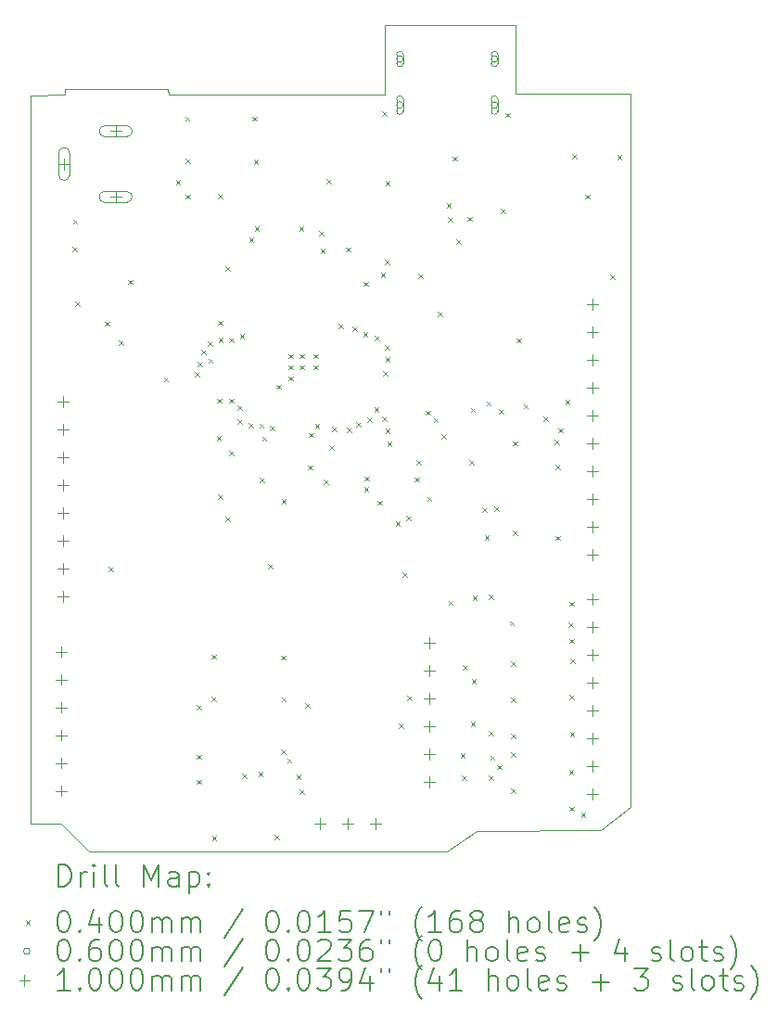
<source format=gbr>
%TF.GenerationSoftware,KiCad,Pcbnew,7.0.10*%
%TF.CreationDate,2024-01-28T16:31:56+05:30*%
%TF.ProjectId,rp2040-basic-m1,72703230-3430-42d6-9261-7369632d6d31,rev?*%
%TF.SameCoordinates,Original*%
%TF.FileFunction,Drillmap*%
%TF.FilePolarity,Positive*%
%FSLAX45Y45*%
G04 Gerber Fmt 4.5, Leading zero omitted, Abs format (unit mm)*
G04 Created by KiCad (PCBNEW 7.0.10) date 2024-01-28 16:31:56*
%MOMM*%
%LPD*%
G01*
G04 APERTURE LIST*
%ADD10C,0.100000*%
%ADD11C,0.200000*%
G04 APERTURE END LIST*
D10*
X8398000Y-2113050D02*
X8401000Y-2164050D01*
X11573000Y-1530050D02*
X11574000Y-2161050D01*
X7454000Y-2168050D02*
X7455000Y-2114050D01*
X7143000Y-8821050D02*
X7144000Y-2171050D01*
X12620000Y-8670000D02*
X12352500Y-8883000D01*
X10949000Y-9075050D02*
X7674000Y-9076050D01*
X7455000Y-2114050D02*
X8398000Y-2113050D01*
X11212500Y-8885000D02*
X10949000Y-9075050D01*
X8401000Y-2164050D02*
X10375000Y-2165050D01*
X10379000Y-1534050D02*
X11573000Y-1530050D01*
X10375000Y-2165050D02*
X10379000Y-1534050D01*
X7419000Y-8823050D02*
X7143000Y-8821050D01*
X7674000Y-9076050D02*
X7419000Y-8823050D01*
X12352500Y-8883000D02*
X11212500Y-8885000D01*
X11574000Y-2161050D02*
X12620000Y-2160000D01*
X12620000Y-2160000D02*
X12620000Y-8670000D01*
X7144000Y-2171050D02*
X7454000Y-2168050D01*
D11*
D10*
X7526400Y-3552830D02*
X7566400Y-3592830D01*
X7566400Y-3552830D02*
X7526400Y-3592830D01*
X7530000Y-3306050D02*
X7570000Y-3346050D01*
X7570000Y-3306050D02*
X7530000Y-3346050D01*
X7550000Y-4056050D02*
X7590000Y-4096050D01*
X7590000Y-4056050D02*
X7550000Y-4096050D01*
X7822940Y-4236680D02*
X7862940Y-4276680D01*
X7862940Y-4236680D02*
X7822940Y-4276680D01*
X7858000Y-6474050D02*
X7898000Y-6514050D01*
X7898000Y-6474050D02*
X7858000Y-6514050D01*
X7950600Y-4409650D02*
X7990600Y-4449650D01*
X7990600Y-4409650D02*
X7950600Y-4449650D01*
X8035000Y-3856050D02*
X8075000Y-3896050D01*
X8075000Y-3856050D02*
X8035000Y-3896050D01*
X8359500Y-4743878D02*
X8399500Y-4783878D01*
X8399500Y-4743878D02*
X8359500Y-4783878D01*
X8470000Y-2946050D02*
X8510000Y-2986050D01*
X8510000Y-2946050D02*
X8470000Y-2986050D01*
X8555000Y-2366050D02*
X8595000Y-2406050D01*
X8595000Y-2366050D02*
X8555000Y-2406050D01*
X8559000Y-3076000D02*
X8599000Y-3116000D01*
X8599000Y-3076000D02*
X8559000Y-3116000D01*
X8560000Y-2751050D02*
X8600000Y-2791050D01*
X8600000Y-2751050D02*
X8560000Y-2791050D01*
X8645900Y-4700383D02*
X8685900Y-4740383D01*
X8685900Y-4700383D02*
X8645900Y-4740383D01*
X8660000Y-7740000D02*
X8700000Y-7780000D01*
X8700000Y-7740000D02*
X8660000Y-7780000D01*
X8660000Y-8190000D02*
X8700000Y-8230000D01*
X8700000Y-8190000D02*
X8660000Y-8230000D01*
X8660000Y-8420000D02*
X8700000Y-8460000D01*
X8700000Y-8420000D02*
X8660000Y-8460000D01*
X8669691Y-4603314D02*
X8709691Y-4643314D01*
X8709691Y-4603314D02*
X8669691Y-4643314D01*
X8703500Y-4497960D02*
X8743500Y-4537960D01*
X8743500Y-4497960D02*
X8703500Y-4537960D01*
X8764400Y-4418640D02*
X8804400Y-4458640D01*
X8804400Y-4418640D02*
X8764400Y-4458640D01*
X8765900Y-4576040D02*
X8805900Y-4616040D01*
X8805900Y-4576040D02*
X8765900Y-4616040D01*
X8794000Y-7277000D02*
X8834000Y-7317000D01*
X8834000Y-7277000D02*
X8794000Y-7317000D01*
X8794000Y-7661000D02*
X8834000Y-7701000D01*
X8834000Y-7661000D02*
X8794000Y-7701000D01*
X8800000Y-8931000D02*
X8840000Y-8971000D01*
X8840000Y-8931000D02*
X8800000Y-8971000D01*
X8841200Y-5280580D02*
X8881200Y-5320580D01*
X8881200Y-5280580D02*
X8841200Y-5320580D01*
X8843730Y-4938920D02*
X8883730Y-4978920D01*
X8883730Y-4938920D02*
X8843730Y-4978920D01*
X8855000Y-5818250D02*
X8895000Y-5858250D01*
X8895000Y-5818250D02*
X8855000Y-5858250D01*
X8855950Y-4227450D02*
X8895950Y-4267450D01*
X8895950Y-4227450D02*
X8855950Y-4267450D01*
X8857000Y-3075000D02*
X8897000Y-3115000D01*
X8897000Y-3075000D02*
X8857000Y-3115000D01*
X8858300Y-4384550D02*
X8898300Y-4424550D01*
X8898300Y-4384550D02*
X8858300Y-4424550D01*
X8924000Y-6019000D02*
X8964000Y-6059000D01*
X8964000Y-6019000D02*
X8924000Y-6059000D01*
X8925000Y-3732250D02*
X8965000Y-3772250D01*
X8965000Y-3732250D02*
X8925000Y-3772250D01*
X8955300Y-4939180D02*
X8995300Y-4979180D01*
X8995300Y-4939180D02*
X8955300Y-4979180D01*
X8956000Y-5416050D02*
X8996000Y-5456050D01*
X8996000Y-5416050D02*
X8956000Y-5456050D01*
X8958200Y-4382930D02*
X8998200Y-4422930D01*
X8998200Y-4382930D02*
X8958200Y-4422930D01*
X9034000Y-5129050D02*
X9074000Y-5169050D01*
X9074000Y-5129050D02*
X9034000Y-5169050D01*
X9035000Y-5006050D02*
X9075000Y-5046050D01*
X9075000Y-5006050D02*
X9035000Y-5046050D01*
X9054000Y-4353050D02*
X9094000Y-4393050D01*
X9094000Y-4353050D02*
X9054000Y-4393050D01*
X9076000Y-8363550D02*
X9116000Y-8403550D01*
X9116000Y-8363550D02*
X9076000Y-8403550D01*
X9132000Y-5163050D02*
X9172000Y-5203050D01*
X9172000Y-5163050D02*
X9132000Y-5203050D01*
X9139000Y-3472250D02*
X9179000Y-3512250D01*
X9179000Y-3472250D02*
X9139000Y-3512250D01*
X9170000Y-2366050D02*
X9210000Y-2406050D01*
X9210000Y-2366050D02*
X9170000Y-2406050D01*
X9180000Y-2761050D02*
X9220000Y-2801050D01*
X9220000Y-2761050D02*
X9180000Y-2801050D01*
X9189400Y-3367400D02*
X9229400Y-3407400D01*
X9229400Y-3367400D02*
X9189400Y-3407400D01*
X9222000Y-8345000D02*
X9262000Y-8385000D01*
X9262000Y-8345000D02*
X9222000Y-8385000D01*
X9231806Y-5169288D02*
X9271806Y-5209288D01*
X9271806Y-5169288D02*
X9231806Y-5209288D01*
X9237000Y-5663050D02*
X9277000Y-5703050D01*
X9277000Y-5663050D02*
X9237000Y-5703050D01*
X9258000Y-5287050D02*
X9298000Y-5327050D01*
X9298000Y-5287050D02*
X9258000Y-5327050D01*
X9258000Y-5287050D02*
X9298000Y-5327050D01*
X9298000Y-5287050D02*
X9258000Y-5327050D01*
X9310000Y-6450000D02*
X9350000Y-6490000D01*
X9350000Y-6450000D02*
X9310000Y-6490000D01*
X9330906Y-5192010D02*
X9370906Y-5232010D01*
X9370906Y-5192010D02*
X9330906Y-5232010D01*
X9371000Y-8921000D02*
X9411000Y-8961000D01*
X9411000Y-8921000D02*
X9371000Y-8961000D01*
X9388000Y-4812100D02*
X9428000Y-4852100D01*
X9428000Y-4812100D02*
X9388000Y-4852100D01*
X9430000Y-8143000D02*
X9470000Y-8183000D01*
X9470000Y-8143000D02*
X9430000Y-8183000D01*
X9432000Y-7286000D02*
X9472000Y-7326000D01*
X9472000Y-7286000D02*
X9432000Y-7326000D01*
X9434000Y-5859000D02*
X9474000Y-5899000D01*
X9474000Y-5859000D02*
X9434000Y-5899000D01*
X9434000Y-7667000D02*
X9474000Y-7707000D01*
X9474000Y-7667000D02*
X9434000Y-7707000D01*
X9485000Y-8224000D02*
X9525000Y-8264000D01*
X9525000Y-8224000D02*
X9485000Y-8264000D01*
X9501000Y-4532250D02*
X9541000Y-4572250D01*
X9541000Y-4532250D02*
X9501000Y-4572250D01*
X9501000Y-4633850D02*
X9541000Y-4673850D01*
X9541000Y-4633850D02*
X9501000Y-4673850D01*
X9501000Y-4735450D02*
X9541000Y-4775450D01*
X9541000Y-4735450D02*
X9501000Y-4775450D01*
X9570000Y-8370000D02*
X9610000Y-8410000D01*
X9610000Y-8370000D02*
X9570000Y-8410000D01*
X9595800Y-3367400D02*
X9635800Y-3407400D01*
X9635800Y-3367400D02*
X9595800Y-3407400D01*
X9601975Y-8508025D02*
X9641975Y-8548025D01*
X9641975Y-8508025D02*
X9601975Y-8548025D01*
X9602600Y-4532250D02*
X9642600Y-4572250D01*
X9642600Y-4532250D02*
X9602600Y-4572250D01*
X9602600Y-4633850D02*
X9642600Y-4673850D01*
X9642600Y-4633850D02*
X9602600Y-4673850D01*
X9650000Y-7720000D02*
X9690000Y-7760000D01*
X9690000Y-7720000D02*
X9650000Y-7760000D01*
X9675000Y-5549050D02*
X9715000Y-5589050D01*
X9715000Y-5549050D02*
X9675000Y-5589050D01*
X9682434Y-5252781D02*
X9722434Y-5292781D01*
X9722434Y-5252781D02*
X9682434Y-5292781D01*
X9729600Y-4532250D02*
X9769600Y-4572250D01*
X9769600Y-4532250D02*
X9729600Y-4572250D01*
X9729600Y-4633850D02*
X9769600Y-4673850D01*
X9769600Y-4633850D02*
X9729600Y-4673850D01*
X9740000Y-5171050D02*
X9780000Y-5211050D01*
X9780000Y-5171050D02*
X9740000Y-5211050D01*
X9780400Y-3413050D02*
X9820400Y-3453050D01*
X9820400Y-3413050D02*
X9780400Y-3453050D01*
X9790000Y-3570000D02*
X9830000Y-3610000D01*
X9830000Y-3570000D02*
X9790000Y-3610000D01*
X9821634Y-5679227D02*
X9861634Y-5719227D01*
X9861634Y-5679227D02*
X9821634Y-5719227D01*
X9844000Y-2936000D02*
X9884000Y-2976000D01*
X9884000Y-2936000D02*
X9844000Y-2976000D01*
X9870000Y-5370000D02*
X9910000Y-5410000D01*
X9910000Y-5370000D02*
X9870000Y-5410000D01*
X9898000Y-5199050D02*
X9938000Y-5239050D01*
X9938000Y-5199050D02*
X9898000Y-5239050D01*
X9957200Y-4258790D02*
X9997200Y-4298790D01*
X9997200Y-4258790D02*
X9957200Y-4298790D01*
X10026000Y-3560250D02*
X10066000Y-3600250D01*
X10066000Y-3560250D02*
X10026000Y-3600250D01*
X10030000Y-5209050D02*
X10070000Y-5249050D01*
X10070000Y-5209050D02*
X10030000Y-5249050D01*
X10085000Y-4281050D02*
X10125000Y-4321050D01*
X10125000Y-4281050D02*
X10085000Y-4321050D01*
X10115100Y-5156710D02*
X10155100Y-5196710D01*
X10155100Y-5156710D02*
X10115100Y-5196710D01*
X10180500Y-4336460D02*
X10220500Y-4376460D01*
X10220500Y-4336460D02*
X10180500Y-4376460D01*
X10186800Y-3871850D02*
X10226800Y-3911850D01*
X10226800Y-3871850D02*
X10186800Y-3911850D01*
X10189187Y-5750810D02*
X10229187Y-5790810D01*
X10229187Y-5750810D02*
X10189187Y-5790810D01*
X10190000Y-5650000D02*
X10230000Y-5690000D01*
X10230000Y-5650000D02*
X10190000Y-5690000D01*
X10216000Y-5116050D02*
X10256000Y-5156050D01*
X10256000Y-5116050D02*
X10216000Y-5156050D01*
X10282000Y-5020050D02*
X10322000Y-5060050D01*
X10322000Y-5020050D02*
X10282000Y-5060050D01*
X10284000Y-4370050D02*
X10324000Y-4410050D01*
X10324000Y-4370050D02*
X10284000Y-4410050D01*
X10310100Y-5871670D02*
X10350100Y-5911670D01*
X10350100Y-5871670D02*
X10310100Y-5911670D01*
X10340000Y-3790000D02*
X10380000Y-3830000D01*
X10380000Y-3790000D02*
X10340000Y-3830000D01*
X10351000Y-2321050D02*
X10391000Y-2361050D01*
X10391000Y-2321050D02*
X10351000Y-2361050D01*
X10356000Y-5102050D02*
X10396000Y-5142050D01*
X10396000Y-5102050D02*
X10356000Y-5142050D01*
X10363000Y-4691050D02*
X10403000Y-4731050D01*
X10403000Y-4691050D02*
X10363000Y-4731050D01*
X10377500Y-3673550D02*
X10417500Y-3713550D01*
X10417500Y-3673550D02*
X10377500Y-3713550D01*
X10381000Y-4451050D02*
X10421000Y-4491050D01*
X10421000Y-4451050D02*
X10381000Y-4491050D01*
X10382000Y-4560050D02*
X10422000Y-4600050D01*
X10422000Y-4560050D02*
X10382000Y-4600050D01*
X10382200Y-5214980D02*
X10422200Y-5254980D01*
X10422200Y-5214980D02*
X10382200Y-5254980D01*
X10383477Y-2951523D02*
X10423477Y-2991523D01*
X10423477Y-2951523D02*
X10383477Y-2991523D01*
X10400000Y-5335960D02*
X10440000Y-5375960D01*
X10440000Y-5335960D02*
X10400000Y-5375960D01*
X10475400Y-6059690D02*
X10515400Y-6099690D01*
X10515400Y-6059690D02*
X10475400Y-6099690D01*
X10503000Y-7909000D02*
X10543000Y-7949000D01*
X10543000Y-7909000D02*
X10503000Y-7949000D01*
X10538100Y-6528300D02*
X10578100Y-6568300D01*
X10578100Y-6528300D02*
X10538100Y-6568300D01*
X10570600Y-6009490D02*
X10610600Y-6049490D01*
X10610600Y-6009490D02*
X10570600Y-6049490D01*
X10580000Y-7653000D02*
X10620000Y-7693000D01*
X10620000Y-7653000D02*
X10580000Y-7693000D01*
X10647500Y-5659430D02*
X10687500Y-5699430D01*
X10687500Y-5659430D02*
X10647500Y-5699430D01*
X10668400Y-5501850D02*
X10708400Y-5541850D01*
X10708400Y-5501850D02*
X10668400Y-5541850D01*
X10683426Y-3803426D02*
X10723426Y-3843426D01*
X10723426Y-3803426D02*
X10683426Y-3843426D01*
X10750457Y-5050268D02*
X10790457Y-5090268D01*
X10790457Y-5050268D02*
X10750457Y-5090268D01*
X10765000Y-5837100D02*
X10805000Y-5877100D01*
X10805000Y-5837100D02*
X10765000Y-5877100D01*
X10823600Y-5118460D02*
X10863600Y-5158460D01*
X10863600Y-5118460D02*
X10823600Y-5158460D01*
X10859000Y-4150000D02*
X10899000Y-4190000D01*
X10899000Y-4150000D02*
X10859000Y-4190000D01*
X10896100Y-5263470D02*
X10936100Y-5303470D01*
X10936100Y-5263470D02*
X10896100Y-5303470D01*
X10942000Y-3160000D02*
X10982000Y-3200000D01*
X10982000Y-3160000D02*
X10942000Y-3200000D01*
X10956000Y-3283000D02*
X10996000Y-3323000D01*
X10996000Y-3283000D02*
X10956000Y-3323000D01*
X10958900Y-6784310D02*
X10998900Y-6824310D01*
X10998900Y-6784310D02*
X10958900Y-6824310D01*
X10998000Y-2730000D02*
X11038000Y-2770000D01*
X11038000Y-2730000D02*
X10998000Y-2770000D01*
X11030000Y-3490000D02*
X11070000Y-3530000D01*
X11070000Y-3490000D02*
X11030000Y-3530000D01*
X11070000Y-8180000D02*
X11110000Y-8220000D01*
X11110000Y-8180000D02*
X11070000Y-8220000D01*
X11080000Y-8380000D02*
X11120000Y-8420000D01*
X11120000Y-8380000D02*
X11080000Y-8420000D01*
X11089800Y-7375620D02*
X11129800Y-7415620D01*
X11129800Y-7375620D02*
X11089800Y-7415620D01*
X11130000Y-3280000D02*
X11170000Y-3320000D01*
X11170000Y-3280000D02*
X11130000Y-3320000D01*
X11150000Y-5505000D02*
X11190000Y-5545000D01*
X11190000Y-5505000D02*
X11150000Y-5545000D01*
X11162500Y-7887500D02*
X11202500Y-7927500D01*
X11202500Y-7887500D02*
X11162500Y-7927500D01*
X11162526Y-5023525D02*
X11202526Y-5063525D01*
X11202526Y-5023525D02*
X11162526Y-5063525D01*
X11170000Y-7500000D02*
X11210000Y-7540000D01*
X11210000Y-7500000D02*
X11170000Y-7540000D01*
X11177800Y-6739550D02*
X11217800Y-6779550D01*
X11217800Y-6739550D02*
X11177800Y-6779550D01*
X11265700Y-5932940D02*
X11305700Y-5972940D01*
X11305700Y-5932940D02*
X11265700Y-5972940D01*
X11289800Y-6185850D02*
X11329800Y-6225850D01*
X11329800Y-6185850D02*
X11289800Y-6225850D01*
X11305000Y-4966050D02*
X11345000Y-5006050D01*
X11345000Y-4966050D02*
X11305000Y-5006050D01*
X11325000Y-7975000D02*
X11365000Y-8015000D01*
X11365000Y-7975000D02*
X11325000Y-8015000D01*
X11330000Y-6730000D02*
X11370000Y-6770000D01*
X11370000Y-6730000D02*
X11330000Y-6770000D01*
X11330030Y-8380000D02*
X11370030Y-8420000D01*
X11370030Y-8380000D02*
X11330030Y-8420000D01*
X11340000Y-8200000D02*
X11380000Y-8240000D01*
X11380000Y-8200000D02*
X11340000Y-8240000D01*
X11378050Y-5927090D02*
X11418050Y-5967090D01*
X11418050Y-5927090D02*
X11378050Y-5967090D01*
X11402500Y-8285000D02*
X11442500Y-8325000D01*
X11442500Y-8285000D02*
X11402500Y-8325000D01*
X11420000Y-5034720D02*
X11460000Y-5074720D01*
X11460000Y-5034720D02*
X11420000Y-5074720D01*
X11440000Y-3210000D02*
X11480000Y-3250000D01*
X11480000Y-3210000D02*
X11440000Y-3250000D01*
X11480000Y-2333050D02*
X11520000Y-2373050D01*
X11520000Y-2333050D02*
X11480000Y-2373050D01*
X11517500Y-6972500D02*
X11557500Y-7012500D01*
X11557500Y-6972500D02*
X11517500Y-7012500D01*
X11527500Y-7667500D02*
X11567500Y-7707500D01*
X11567500Y-7667500D02*
X11527500Y-7707500D01*
X11530000Y-8170000D02*
X11570000Y-8210000D01*
X11570000Y-8170000D02*
X11530000Y-8210000D01*
X11532500Y-7340000D02*
X11572500Y-7380000D01*
X11572500Y-7340000D02*
X11532500Y-7380000D01*
X11532500Y-8002500D02*
X11572500Y-8042500D01*
X11572500Y-8002500D02*
X11532500Y-8042500D01*
X11532500Y-8500000D02*
X11572500Y-8540000D01*
X11572500Y-8500000D02*
X11532500Y-8540000D01*
X11549600Y-5328170D02*
X11589600Y-5368170D01*
X11589600Y-5328170D02*
X11549600Y-5368170D01*
X11549600Y-6143660D02*
X11589600Y-6183660D01*
X11589600Y-6143660D02*
X11549600Y-6183660D01*
X11580000Y-4390050D02*
X11620000Y-4430050D01*
X11620000Y-4390050D02*
X11580000Y-4430050D01*
X11645000Y-4989720D02*
X11685000Y-5029720D01*
X11685000Y-4989720D02*
X11645000Y-5029720D01*
X11828130Y-5107220D02*
X11868130Y-5147220D01*
X11868130Y-5107220D02*
X11828130Y-5147220D01*
X11925560Y-5318920D02*
X11965560Y-5358920D01*
X11965560Y-5318920D02*
X11925560Y-5358920D01*
X11934930Y-5543910D02*
X11974930Y-5583910D01*
X11974930Y-5543910D02*
X11934930Y-5583910D01*
X11935400Y-6192780D02*
X11975400Y-6232780D01*
X11975400Y-6192780D02*
X11935400Y-6232780D01*
X11962340Y-5211200D02*
X12002340Y-5251200D01*
X12002340Y-5211200D02*
X11962340Y-5251200D01*
X12025000Y-4951050D02*
X12065000Y-4991050D01*
X12065000Y-4951050D02*
X12025000Y-4991050D01*
X12057500Y-6985000D02*
X12097500Y-7025000D01*
X12097500Y-6985000D02*
X12057500Y-7025000D01*
X12060000Y-8332500D02*
X12100000Y-8372500D01*
X12100000Y-8332500D02*
X12060000Y-8372500D01*
X12062500Y-7132500D02*
X12102500Y-7172500D01*
X12102500Y-7132500D02*
X12062500Y-7172500D01*
X12065000Y-6795000D02*
X12105000Y-6835000D01*
X12105000Y-6795000D02*
X12065000Y-6835000D01*
X12065000Y-7645000D02*
X12105000Y-7685000D01*
X12105000Y-7645000D02*
X12065000Y-7685000D01*
X12065000Y-8665000D02*
X12105000Y-8705000D01*
X12105000Y-8665000D02*
X12065000Y-8705000D01*
X12067500Y-7982500D02*
X12107500Y-8022500D01*
X12107500Y-7982500D02*
X12067500Y-8022500D01*
X12075000Y-7317500D02*
X12115000Y-7357500D01*
X12115000Y-7317500D02*
X12075000Y-7357500D01*
X12090000Y-2710000D02*
X12130000Y-2750000D01*
X12130000Y-2710000D02*
X12090000Y-2750000D01*
X12169977Y-8720000D02*
X12209977Y-8760000D01*
X12209977Y-8720000D02*
X12169977Y-8760000D01*
X12210000Y-3076050D02*
X12250000Y-3116050D01*
X12250000Y-3076050D02*
X12210000Y-3116050D01*
X12438850Y-3811830D02*
X12478850Y-3851830D01*
X12478850Y-3811830D02*
X12438850Y-3851830D01*
X12500000Y-2720000D02*
X12540000Y-2760000D01*
X12540000Y-2720000D02*
X12500000Y-2760000D01*
X10545500Y-1841050D02*
G75*
G03*
X10485500Y-1841050I-30000J0D01*
G01*
X10485500Y-1841050D02*
G75*
G03*
X10545500Y-1841050I30000J0D01*
G01*
X10545500Y-1881050D02*
X10545500Y-1801050D01*
X10545500Y-1801050D02*
G75*
G03*
X10485500Y-1801050I-30000J0D01*
G01*
X10485500Y-1801050D02*
X10485500Y-1881050D01*
X10485500Y-1881050D02*
G75*
G03*
X10545500Y-1881050I30000J0D01*
G01*
X10545500Y-2261050D02*
G75*
G03*
X10485500Y-2261050I-30000J0D01*
G01*
X10485500Y-2261050D02*
G75*
G03*
X10545500Y-2261050I30000J0D01*
G01*
X10545500Y-2316050D02*
X10545500Y-2206050D01*
X10545500Y-2206050D02*
G75*
G03*
X10485500Y-2206050I-30000J0D01*
G01*
X10485500Y-2206050D02*
X10485500Y-2316050D01*
X10485500Y-2316050D02*
G75*
G03*
X10545500Y-2316050I30000J0D01*
G01*
X11409500Y-1841050D02*
G75*
G03*
X11349500Y-1841050I-30000J0D01*
G01*
X11349500Y-1841050D02*
G75*
G03*
X11409500Y-1841050I30000J0D01*
G01*
X11409500Y-1881050D02*
X11409500Y-1801050D01*
X11409500Y-1801050D02*
G75*
G03*
X11349500Y-1801050I-30000J0D01*
G01*
X11349500Y-1801050D02*
X11349500Y-1881050D01*
X11349500Y-1881050D02*
G75*
G03*
X11409500Y-1881050I30000J0D01*
G01*
X11409500Y-2261050D02*
G75*
G03*
X11349500Y-2261050I-30000J0D01*
G01*
X11349500Y-2261050D02*
G75*
G03*
X11409500Y-2261050I30000J0D01*
G01*
X11409500Y-2316050D02*
X11409500Y-2206050D01*
X11409500Y-2206050D02*
G75*
G03*
X11349500Y-2206050I-30000J0D01*
G01*
X11349500Y-2206050D02*
X11349500Y-2316050D01*
X11349500Y-2316050D02*
G75*
G03*
X11409500Y-2316050I30000J0D01*
G01*
X7420000Y-7200000D02*
X7420000Y-7300000D01*
X7370000Y-7250000D02*
X7470000Y-7250000D01*
X7420000Y-7454000D02*
X7420000Y-7554000D01*
X7370000Y-7504000D02*
X7470000Y-7504000D01*
X7420000Y-7708000D02*
X7420000Y-7808000D01*
X7370000Y-7758000D02*
X7470000Y-7758000D01*
X7420000Y-7962000D02*
X7420000Y-8062000D01*
X7370000Y-8012000D02*
X7470000Y-8012000D01*
X7420000Y-8216000D02*
X7420000Y-8316000D01*
X7370000Y-8266000D02*
X7470000Y-8266000D01*
X7420000Y-8470000D02*
X7420000Y-8570000D01*
X7370000Y-8520000D02*
X7470000Y-8520000D01*
X7440000Y-4919050D02*
X7440000Y-5019050D01*
X7390000Y-4969050D02*
X7490000Y-4969050D01*
X7440000Y-5173050D02*
X7440000Y-5273050D01*
X7390000Y-5223050D02*
X7490000Y-5223050D01*
X7440000Y-5427050D02*
X7440000Y-5527050D01*
X7390000Y-5477050D02*
X7490000Y-5477050D01*
X7440000Y-5681050D02*
X7440000Y-5781050D01*
X7390000Y-5731050D02*
X7490000Y-5731050D01*
X7440000Y-5935050D02*
X7440000Y-6035050D01*
X7390000Y-5985050D02*
X7490000Y-5985050D01*
X7440000Y-6189050D02*
X7440000Y-6289050D01*
X7390000Y-6239050D02*
X7490000Y-6239050D01*
X7440000Y-6443050D02*
X7440000Y-6543050D01*
X7390000Y-6493050D02*
X7490000Y-6493050D01*
X7440000Y-6697050D02*
X7440000Y-6797050D01*
X7390000Y-6747050D02*
X7490000Y-6747050D01*
X7449800Y-2749250D02*
X7449800Y-2849250D01*
X7399800Y-2799250D02*
X7499800Y-2799250D01*
X7399800Y-2699250D02*
X7399800Y-2899250D01*
X7399800Y-2899250D02*
G75*
G03*
X7499800Y-2899250I50000J0D01*
G01*
X7499800Y-2899250D02*
X7499800Y-2699250D01*
X7499800Y-2699250D02*
G75*
G03*
X7399800Y-2699250I-50000J0D01*
G01*
X7919800Y-2449250D02*
X7919800Y-2549250D01*
X7869800Y-2499250D02*
X7969800Y-2499250D01*
X8019800Y-2449250D02*
X7819800Y-2449250D01*
X7819800Y-2449250D02*
G75*
G03*
X7819800Y-2549250I0J-50000D01*
G01*
X7819800Y-2549250D02*
X8019800Y-2549250D01*
X8019800Y-2549250D02*
G75*
G03*
X8019800Y-2449250I0J50000D01*
G01*
X7919800Y-3049250D02*
X7919800Y-3149250D01*
X7869800Y-3099250D02*
X7969800Y-3099250D01*
X8019800Y-3049250D02*
X7819800Y-3049250D01*
X7819800Y-3049250D02*
G75*
G03*
X7819800Y-3149250I0J-50000D01*
G01*
X7819800Y-3149250D02*
X8019800Y-3149250D01*
X8019800Y-3149250D02*
G75*
G03*
X8019800Y-3049250I0J50000D01*
G01*
X9782000Y-8770000D02*
X9782000Y-8870000D01*
X9732000Y-8820000D02*
X9832000Y-8820000D01*
X10036000Y-8770000D02*
X10036000Y-8870000D01*
X9986000Y-8820000D02*
X10086000Y-8820000D01*
X10290000Y-8770000D02*
X10290000Y-8870000D01*
X10240000Y-8820000D02*
X10340000Y-8820000D01*
X10785000Y-7118050D02*
X10785000Y-7218050D01*
X10735000Y-7168050D02*
X10835000Y-7168050D01*
X10785000Y-7372050D02*
X10785000Y-7472050D01*
X10735000Y-7422050D02*
X10835000Y-7422050D01*
X10785000Y-7626050D02*
X10785000Y-7726050D01*
X10735000Y-7676050D02*
X10835000Y-7676050D01*
X10785000Y-7880050D02*
X10785000Y-7980050D01*
X10735000Y-7930050D02*
X10835000Y-7930050D01*
X10785000Y-8134050D02*
X10785000Y-8234050D01*
X10735000Y-8184050D02*
X10835000Y-8184050D01*
X10785000Y-8388050D02*
X10785000Y-8488050D01*
X10735000Y-8438050D02*
X10835000Y-8438050D01*
X12272000Y-4026050D02*
X12272000Y-4126050D01*
X12222000Y-4076050D02*
X12322000Y-4076050D01*
X12272000Y-4280050D02*
X12272000Y-4380050D01*
X12222000Y-4330050D02*
X12322000Y-4330050D01*
X12272000Y-4534050D02*
X12272000Y-4634050D01*
X12222000Y-4584050D02*
X12322000Y-4584050D01*
X12272000Y-4788050D02*
X12272000Y-4888050D01*
X12222000Y-4838050D02*
X12322000Y-4838050D01*
X12272000Y-5042050D02*
X12272000Y-5142050D01*
X12222000Y-5092050D02*
X12322000Y-5092050D01*
X12272000Y-5296050D02*
X12272000Y-5396050D01*
X12222000Y-5346050D02*
X12322000Y-5346050D01*
X12272000Y-5550050D02*
X12272000Y-5650050D01*
X12222000Y-5600050D02*
X12322000Y-5600050D01*
X12272000Y-5804050D02*
X12272000Y-5904050D01*
X12222000Y-5854050D02*
X12322000Y-5854050D01*
X12272000Y-6058050D02*
X12272000Y-6158050D01*
X12222000Y-6108050D02*
X12322000Y-6108050D01*
X12272000Y-6312050D02*
X12272000Y-6412050D01*
X12222000Y-6362050D02*
X12322000Y-6362050D01*
X12277500Y-6720000D02*
X12277500Y-6820000D01*
X12227500Y-6770000D02*
X12327500Y-6770000D01*
X12277500Y-6974000D02*
X12277500Y-7074000D01*
X12227500Y-7024000D02*
X12327500Y-7024000D01*
X12277500Y-7228000D02*
X12277500Y-7328000D01*
X12227500Y-7278000D02*
X12327500Y-7278000D01*
X12277500Y-7482000D02*
X12277500Y-7582000D01*
X12227500Y-7532000D02*
X12327500Y-7532000D01*
X12277500Y-7736000D02*
X12277500Y-7836000D01*
X12227500Y-7786000D02*
X12327500Y-7786000D01*
X12277500Y-7990000D02*
X12277500Y-8090000D01*
X12227500Y-8040000D02*
X12327500Y-8040000D01*
X12277500Y-8244000D02*
X12277500Y-8344000D01*
X12227500Y-8294000D02*
X12327500Y-8294000D01*
X12277500Y-8498000D02*
X12277500Y-8598000D01*
X12227500Y-8548000D02*
X12327500Y-8548000D01*
D11*
X7398777Y-9392534D02*
X7398777Y-9192534D01*
X7398777Y-9192534D02*
X7446396Y-9192534D01*
X7446396Y-9192534D02*
X7474967Y-9202058D01*
X7474967Y-9202058D02*
X7494015Y-9221105D01*
X7494015Y-9221105D02*
X7503539Y-9240153D01*
X7503539Y-9240153D02*
X7513062Y-9278248D01*
X7513062Y-9278248D02*
X7513062Y-9306820D01*
X7513062Y-9306820D02*
X7503539Y-9344915D01*
X7503539Y-9344915D02*
X7494015Y-9363962D01*
X7494015Y-9363962D02*
X7474967Y-9383010D01*
X7474967Y-9383010D02*
X7446396Y-9392534D01*
X7446396Y-9392534D02*
X7398777Y-9392534D01*
X7598777Y-9392534D02*
X7598777Y-9259200D01*
X7598777Y-9297296D02*
X7608301Y-9278248D01*
X7608301Y-9278248D02*
X7617824Y-9268724D01*
X7617824Y-9268724D02*
X7636872Y-9259200D01*
X7636872Y-9259200D02*
X7655920Y-9259200D01*
X7722586Y-9392534D02*
X7722586Y-9259200D01*
X7722586Y-9192534D02*
X7713062Y-9202058D01*
X7713062Y-9202058D02*
X7722586Y-9211581D01*
X7722586Y-9211581D02*
X7732110Y-9202058D01*
X7732110Y-9202058D02*
X7722586Y-9192534D01*
X7722586Y-9192534D02*
X7722586Y-9211581D01*
X7846396Y-9392534D02*
X7827348Y-9383010D01*
X7827348Y-9383010D02*
X7817824Y-9363962D01*
X7817824Y-9363962D02*
X7817824Y-9192534D01*
X7951158Y-9392534D02*
X7932110Y-9383010D01*
X7932110Y-9383010D02*
X7922586Y-9363962D01*
X7922586Y-9363962D02*
X7922586Y-9192534D01*
X8179729Y-9392534D02*
X8179729Y-9192534D01*
X8179729Y-9192534D02*
X8246396Y-9335391D01*
X8246396Y-9335391D02*
X8313062Y-9192534D01*
X8313062Y-9192534D02*
X8313062Y-9392534D01*
X8494015Y-9392534D02*
X8494015Y-9287772D01*
X8494015Y-9287772D02*
X8484491Y-9268724D01*
X8484491Y-9268724D02*
X8465444Y-9259200D01*
X8465444Y-9259200D02*
X8427348Y-9259200D01*
X8427348Y-9259200D02*
X8408301Y-9268724D01*
X8494015Y-9383010D02*
X8474967Y-9392534D01*
X8474967Y-9392534D02*
X8427348Y-9392534D01*
X8427348Y-9392534D02*
X8408301Y-9383010D01*
X8408301Y-9383010D02*
X8398777Y-9363962D01*
X8398777Y-9363962D02*
X8398777Y-9344915D01*
X8398777Y-9344915D02*
X8408301Y-9325867D01*
X8408301Y-9325867D02*
X8427348Y-9316343D01*
X8427348Y-9316343D02*
X8474967Y-9316343D01*
X8474967Y-9316343D02*
X8494015Y-9306820D01*
X8589253Y-9259200D02*
X8589253Y-9459200D01*
X8589253Y-9268724D02*
X8608301Y-9259200D01*
X8608301Y-9259200D02*
X8646396Y-9259200D01*
X8646396Y-9259200D02*
X8665444Y-9268724D01*
X8665444Y-9268724D02*
X8674967Y-9278248D01*
X8674967Y-9278248D02*
X8684491Y-9297296D01*
X8684491Y-9297296D02*
X8684491Y-9354439D01*
X8684491Y-9354439D02*
X8674967Y-9373486D01*
X8674967Y-9373486D02*
X8665444Y-9383010D01*
X8665444Y-9383010D02*
X8646396Y-9392534D01*
X8646396Y-9392534D02*
X8608301Y-9392534D01*
X8608301Y-9392534D02*
X8589253Y-9383010D01*
X8770205Y-9373486D02*
X8779729Y-9383010D01*
X8779729Y-9383010D02*
X8770205Y-9392534D01*
X8770205Y-9392534D02*
X8760682Y-9383010D01*
X8760682Y-9383010D02*
X8770205Y-9373486D01*
X8770205Y-9373486D02*
X8770205Y-9392534D01*
X8770205Y-9268724D02*
X8779729Y-9278248D01*
X8779729Y-9278248D02*
X8770205Y-9287772D01*
X8770205Y-9287772D02*
X8760682Y-9278248D01*
X8760682Y-9278248D02*
X8770205Y-9268724D01*
X8770205Y-9268724D02*
X8770205Y-9287772D01*
D10*
X7098000Y-9701050D02*
X7138000Y-9741050D01*
X7138000Y-9701050D02*
X7098000Y-9741050D01*
D11*
X7436872Y-9612534D02*
X7455920Y-9612534D01*
X7455920Y-9612534D02*
X7474967Y-9622058D01*
X7474967Y-9622058D02*
X7484491Y-9631581D01*
X7484491Y-9631581D02*
X7494015Y-9650629D01*
X7494015Y-9650629D02*
X7503539Y-9688724D01*
X7503539Y-9688724D02*
X7503539Y-9736343D01*
X7503539Y-9736343D02*
X7494015Y-9774439D01*
X7494015Y-9774439D02*
X7484491Y-9793486D01*
X7484491Y-9793486D02*
X7474967Y-9803010D01*
X7474967Y-9803010D02*
X7455920Y-9812534D01*
X7455920Y-9812534D02*
X7436872Y-9812534D01*
X7436872Y-9812534D02*
X7417824Y-9803010D01*
X7417824Y-9803010D02*
X7408301Y-9793486D01*
X7408301Y-9793486D02*
X7398777Y-9774439D01*
X7398777Y-9774439D02*
X7389253Y-9736343D01*
X7389253Y-9736343D02*
X7389253Y-9688724D01*
X7389253Y-9688724D02*
X7398777Y-9650629D01*
X7398777Y-9650629D02*
X7408301Y-9631581D01*
X7408301Y-9631581D02*
X7417824Y-9622058D01*
X7417824Y-9622058D02*
X7436872Y-9612534D01*
X7589253Y-9793486D02*
X7598777Y-9803010D01*
X7598777Y-9803010D02*
X7589253Y-9812534D01*
X7589253Y-9812534D02*
X7579729Y-9803010D01*
X7579729Y-9803010D02*
X7589253Y-9793486D01*
X7589253Y-9793486D02*
X7589253Y-9812534D01*
X7770205Y-9679200D02*
X7770205Y-9812534D01*
X7722586Y-9603010D02*
X7674967Y-9745867D01*
X7674967Y-9745867D02*
X7798777Y-9745867D01*
X7913062Y-9612534D02*
X7932110Y-9612534D01*
X7932110Y-9612534D02*
X7951158Y-9622058D01*
X7951158Y-9622058D02*
X7960682Y-9631581D01*
X7960682Y-9631581D02*
X7970205Y-9650629D01*
X7970205Y-9650629D02*
X7979729Y-9688724D01*
X7979729Y-9688724D02*
X7979729Y-9736343D01*
X7979729Y-9736343D02*
X7970205Y-9774439D01*
X7970205Y-9774439D02*
X7960682Y-9793486D01*
X7960682Y-9793486D02*
X7951158Y-9803010D01*
X7951158Y-9803010D02*
X7932110Y-9812534D01*
X7932110Y-9812534D02*
X7913062Y-9812534D01*
X7913062Y-9812534D02*
X7894015Y-9803010D01*
X7894015Y-9803010D02*
X7884491Y-9793486D01*
X7884491Y-9793486D02*
X7874967Y-9774439D01*
X7874967Y-9774439D02*
X7865443Y-9736343D01*
X7865443Y-9736343D02*
X7865443Y-9688724D01*
X7865443Y-9688724D02*
X7874967Y-9650629D01*
X7874967Y-9650629D02*
X7884491Y-9631581D01*
X7884491Y-9631581D02*
X7894015Y-9622058D01*
X7894015Y-9622058D02*
X7913062Y-9612534D01*
X8103539Y-9612534D02*
X8122586Y-9612534D01*
X8122586Y-9612534D02*
X8141634Y-9622058D01*
X8141634Y-9622058D02*
X8151158Y-9631581D01*
X8151158Y-9631581D02*
X8160682Y-9650629D01*
X8160682Y-9650629D02*
X8170205Y-9688724D01*
X8170205Y-9688724D02*
X8170205Y-9736343D01*
X8170205Y-9736343D02*
X8160682Y-9774439D01*
X8160682Y-9774439D02*
X8151158Y-9793486D01*
X8151158Y-9793486D02*
X8141634Y-9803010D01*
X8141634Y-9803010D02*
X8122586Y-9812534D01*
X8122586Y-9812534D02*
X8103539Y-9812534D01*
X8103539Y-9812534D02*
X8084491Y-9803010D01*
X8084491Y-9803010D02*
X8074967Y-9793486D01*
X8074967Y-9793486D02*
X8065443Y-9774439D01*
X8065443Y-9774439D02*
X8055920Y-9736343D01*
X8055920Y-9736343D02*
X8055920Y-9688724D01*
X8055920Y-9688724D02*
X8065443Y-9650629D01*
X8065443Y-9650629D02*
X8074967Y-9631581D01*
X8074967Y-9631581D02*
X8084491Y-9622058D01*
X8084491Y-9622058D02*
X8103539Y-9612534D01*
X8255920Y-9812534D02*
X8255920Y-9679200D01*
X8255920Y-9698248D02*
X8265443Y-9688724D01*
X8265443Y-9688724D02*
X8284491Y-9679200D01*
X8284491Y-9679200D02*
X8313063Y-9679200D01*
X8313063Y-9679200D02*
X8332110Y-9688724D01*
X8332110Y-9688724D02*
X8341634Y-9707772D01*
X8341634Y-9707772D02*
X8341634Y-9812534D01*
X8341634Y-9707772D02*
X8351158Y-9688724D01*
X8351158Y-9688724D02*
X8370205Y-9679200D01*
X8370205Y-9679200D02*
X8398777Y-9679200D01*
X8398777Y-9679200D02*
X8417825Y-9688724D01*
X8417825Y-9688724D02*
X8427348Y-9707772D01*
X8427348Y-9707772D02*
X8427348Y-9812534D01*
X8522586Y-9812534D02*
X8522586Y-9679200D01*
X8522586Y-9698248D02*
X8532110Y-9688724D01*
X8532110Y-9688724D02*
X8551158Y-9679200D01*
X8551158Y-9679200D02*
X8579729Y-9679200D01*
X8579729Y-9679200D02*
X8598777Y-9688724D01*
X8598777Y-9688724D02*
X8608301Y-9707772D01*
X8608301Y-9707772D02*
X8608301Y-9812534D01*
X8608301Y-9707772D02*
X8617825Y-9688724D01*
X8617825Y-9688724D02*
X8636872Y-9679200D01*
X8636872Y-9679200D02*
X8665444Y-9679200D01*
X8665444Y-9679200D02*
X8684491Y-9688724D01*
X8684491Y-9688724D02*
X8694015Y-9707772D01*
X8694015Y-9707772D02*
X8694015Y-9812534D01*
X9084491Y-9603010D02*
X8913063Y-9860153D01*
X9341634Y-9612534D02*
X9360682Y-9612534D01*
X9360682Y-9612534D02*
X9379729Y-9622058D01*
X9379729Y-9622058D02*
X9389253Y-9631581D01*
X9389253Y-9631581D02*
X9398777Y-9650629D01*
X9398777Y-9650629D02*
X9408301Y-9688724D01*
X9408301Y-9688724D02*
X9408301Y-9736343D01*
X9408301Y-9736343D02*
X9398777Y-9774439D01*
X9398777Y-9774439D02*
X9389253Y-9793486D01*
X9389253Y-9793486D02*
X9379729Y-9803010D01*
X9379729Y-9803010D02*
X9360682Y-9812534D01*
X9360682Y-9812534D02*
X9341634Y-9812534D01*
X9341634Y-9812534D02*
X9322587Y-9803010D01*
X9322587Y-9803010D02*
X9313063Y-9793486D01*
X9313063Y-9793486D02*
X9303539Y-9774439D01*
X9303539Y-9774439D02*
X9294015Y-9736343D01*
X9294015Y-9736343D02*
X9294015Y-9688724D01*
X9294015Y-9688724D02*
X9303539Y-9650629D01*
X9303539Y-9650629D02*
X9313063Y-9631581D01*
X9313063Y-9631581D02*
X9322587Y-9622058D01*
X9322587Y-9622058D02*
X9341634Y-9612534D01*
X9494015Y-9793486D02*
X9503539Y-9803010D01*
X9503539Y-9803010D02*
X9494015Y-9812534D01*
X9494015Y-9812534D02*
X9484491Y-9803010D01*
X9484491Y-9803010D02*
X9494015Y-9793486D01*
X9494015Y-9793486D02*
X9494015Y-9812534D01*
X9627348Y-9612534D02*
X9646396Y-9612534D01*
X9646396Y-9612534D02*
X9665444Y-9622058D01*
X9665444Y-9622058D02*
X9674968Y-9631581D01*
X9674968Y-9631581D02*
X9684491Y-9650629D01*
X9684491Y-9650629D02*
X9694015Y-9688724D01*
X9694015Y-9688724D02*
X9694015Y-9736343D01*
X9694015Y-9736343D02*
X9684491Y-9774439D01*
X9684491Y-9774439D02*
X9674968Y-9793486D01*
X9674968Y-9793486D02*
X9665444Y-9803010D01*
X9665444Y-9803010D02*
X9646396Y-9812534D01*
X9646396Y-9812534D02*
X9627348Y-9812534D01*
X9627348Y-9812534D02*
X9608301Y-9803010D01*
X9608301Y-9803010D02*
X9598777Y-9793486D01*
X9598777Y-9793486D02*
X9589253Y-9774439D01*
X9589253Y-9774439D02*
X9579729Y-9736343D01*
X9579729Y-9736343D02*
X9579729Y-9688724D01*
X9579729Y-9688724D02*
X9589253Y-9650629D01*
X9589253Y-9650629D02*
X9598777Y-9631581D01*
X9598777Y-9631581D02*
X9608301Y-9622058D01*
X9608301Y-9622058D02*
X9627348Y-9612534D01*
X9884491Y-9812534D02*
X9770206Y-9812534D01*
X9827348Y-9812534D02*
X9827348Y-9612534D01*
X9827348Y-9612534D02*
X9808301Y-9641105D01*
X9808301Y-9641105D02*
X9789253Y-9660153D01*
X9789253Y-9660153D02*
X9770206Y-9669677D01*
X10065444Y-9612534D02*
X9970206Y-9612534D01*
X9970206Y-9612534D02*
X9960682Y-9707772D01*
X9960682Y-9707772D02*
X9970206Y-9698248D01*
X9970206Y-9698248D02*
X9989253Y-9688724D01*
X9989253Y-9688724D02*
X10036872Y-9688724D01*
X10036872Y-9688724D02*
X10055920Y-9698248D01*
X10055920Y-9698248D02*
X10065444Y-9707772D01*
X10065444Y-9707772D02*
X10074968Y-9726820D01*
X10074968Y-9726820D02*
X10074968Y-9774439D01*
X10074968Y-9774439D02*
X10065444Y-9793486D01*
X10065444Y-9793486D02*
X10055920Y-9803010D01*
X10055920Y-9803010D02*
X10036872Y-9812534D01*
X10036872Y-9812534D02*
X9989253Y-9812534D01*
X9989253Y-9812534D02*
X9970206Y-9803010D01*
X9970206Y-9803010D02*
X9960682Y-9793486D01*
X10141634Y-9612534D02*
X10274968Y-9612534D01*
X10274968Y-9612534D02*
X10189253Y-9812534D01*
X10341634Y-9612534D02*
X10341634Y-9650629D01*
X10417825Y-9612534D02*
X10417825Y-9650629D01*
X10713063Y-9888724D02*
X10703539Y-9879200D01*
X10703539Y-9879200D02*
X10684491Y-9850629D01*
X10684491Y-9850629D02*
X10674968Y-9831581D01*
X10674968Y-9831581D02*
X10665444Y-9803010D01*
X10665444Y-9803010D02*
X10655920Y-9755391D01*
X10655920Y-9755391D02*
X10655920Y-9717296D01*
X10655920Y-9717296D02*
X10665444Y-9669677D01*
X10665444Y-9669677D02*
X10674968Y-9641105D01*
X10674968Y-9641105D02*
X10684491Y-9622058D01*
X10684491Y-9622058D02*
X10703539Y-9593486D01*
X10703539Y-9593486D02*
X10713063Y-9583962D01*
X10894015Y-9812534D02*
X10779730Y-9812534D01*
X10836872Y-9812534D02*
X10836872Y-9612534D01*
X10836872Y-9612534D02*
X10817825Y-9641105D01*
X10817825Y-9641105D02*
X10798777Y-9660153D01*
X10798777Y-9660153D02*
X10779730Y-9669677D01*
X11065444Y-9612534D02*
X11027349Y-9612534D01*
X11027349Y-9612534D02*
X11008301Y-9622058D01*
X11008301Y-9622058D02*
X10998777Y-9631581D01*
X10998777Y-9631581D02*
X10979730Y-9660153D01*
X10979730Y-9660153D02*
X10970206Y-9698248D01*
X10970206Y-9698248D02*
X10970206Y-9774439D01*
X10970206Y-9774439D02*
X10979730Y-9793486D01*
X10979730Y-9793486D02*
X10989253Y-9803010D01*
X10989253Y-9803010D02*
X11008301Y-9812534D01*
X11008301Y-9812534D02*
X11046396Y-9812534D01*
X11046396Y-9812534D02*
X11065444Y-9803010D01*
X11065444Y-9803010D02*
X11074968Y-9793486D01*
X11074968Y-9793486D02*
X11084491Y-9774439D01*
X11084491Y-9774439D02*
X11084491Y-9726820D01*
X11084491Y-9726820D02*
X11074968Y-9707772D01*
X11074968Y-9707772D02*
X11065444Y-9698248D01*
X11065444Y-9698248D02*
X11046396Y-9688724D01*
X11046396Y-9688724D02*
X11008301Y-9688724D01*
X11008301Y-9688724D02*
X10989253Y-9698248D01*
X10989253Y-9698248D02*
X10979730Y-9707772D01*
X10979730Y-9707772D02*
X10970206Y-9726820D01*
X11198777Y-9698248D02*
X11179730Y-9688724D01*
X11179730Y-9688724D02*
X11170206Y-9679200D01*
X11170206Y-9679200D02*
X11160682Y-9660153D01*
X11160682Y-9660153D02*
X11160682Y-9650629D01*
X11160682Y-9650629D02*
X11170206Y-9631581D01*
X11170206Y-9631581D02*
X11179730Y-9622058D01*
X11179730Y-9622058D02*
X11198777Y-9612534D01*
X11198777Y-9612534D02*
X11236872Y-9612534D01*
X11236872Y-9612534D02*
X11255920Y-9622058D01*
X11255920Y-9622058D02*
X11265444Y-9631581D01*
X11265444Y-9631581D02*
X11274968Y-9650629D01*
X11274968Y-9650629D02*
X11274968Y-9660153D01*
X11274968Y-9660153D02*
X11265444Y-9679200D01*
X11265444Y-9679200D02*
X11255920Y-9688724D01*
X11255920Y-9688724D02*
X11236872Y-9698248D01*
X11236872Y-9698248D02*
X11198777Y-9698248D01*
X11198777Y-9698248D02*
X11179730Y-9707772D01*
X11179730Y-9707772D02*
X11170206Y-9717296D01*
X11170206Y-9717296D02*
X11160682Y-9736343D01*
X11160682Y-9736343D02*
X11160682Y-9774439D01*
X11160682Y-9774439D02*
X11170206Y-9793486D01*
X11170206Y-9793486D02*
X11179730Y-9803010D01*
X11179730Y-9803010D02*
X11198777Y-9812534D01*
X11198777Y-9812534D02*
X11236872Y-9812534D01*
X11236872Y-9812534D02*
X11255920Y-9803010D01*
X11255920Y-9803010D02*
X11265444Y-9793486D01*
X11265444Y-9793486D02*
X11274968Y-9774439D01*
X11274968Y-9774439D02*
X11274968Y-9736343D01*
X11274968Y-9736343D02*
X11265444Y-9717296D01*
X11265444Y-9717296D02*
X11255920Y-9707772D01*
X11255920Y-9707772D02*
X11236872Y-9698248D01*
X11513063Y-9812534D02*
X11513063Y-9612534D01*
X11598777Y-9812534D02*
X11598777Y-9707772D01*
X11598777Y-9707772D02*
X11589253Y-9688724D01*
X11589253Y-9688724D02*
X11570206Y-9679200D01*
X11570206Y-9679200D02*
X11541634Y-9679200D01*
X11541634Y-9679200D02*
X11522587Y-9688724D01*
X11522587Y-9688724D02*
X11513063Y-9698248D01*
X11722587Y-9812534D02*
X11703539Y-9803010D01*
X11703539Y-9803010D02*
X11694015Y-9793486D01*
X11694015Y-9793486D02*
X11684491Y-9774439D01*
X11684491Y-9774439D02*
X11684491Y-9717296D01*
X11684491Y-9717296D02*
X11694015Y-9698248D01*
X11694015Y-9698248D02*
X11703539Y-9688724D01*
X11703539Y-9688724D02*
X11722587Y-9679200D01*
X11722587Y-9679200D02*
X11751158Y-9679200D01*
X11751158Y-9679200D02*
X11770206Y-9688724D01*
X11770206Y-9688724D02*
X11779730Y-9698248D01*
X11779730Y-9698248D02*
X11789253Y-9717296D01*
X11789253Y-9717296D02*
X11789253Y-9774439D01*
X11789253Y-9774439D02*
X11779730Y-9793486D01*
X11779730Y-9793486D02*
X11770206Y-9803010D01*
X11770206Y-9803010D02*
X11751158Y-9812534D01*
X11751158Y-9812534D02*
X11722587Y-9812534D01*
X11903539Y-9812534D02*
X11884491Y-9803010D01*
X11884491Y-9803010D02*
X11874968Y-9783962D01*
X11874968Y-9783962D02*
X11874968Y-9612534D01*
X12055920Y-9803010D02*
X12036872Y-9812534D01*
X12036872Y-9812534D02*
X11998777Y-9812534D01*
X11998777Y-9812534D02*
X11979730Y-9803010D01*
X11979730Y-9803010D02*
X11970206Y-9783962D01*
X11970206Y-9783962D02*
X11970206Y-9707772D01*
X11970206Y-9707772D02*
X11979730Y-9688724D01*
X11979730Y-9688724D02*
X11998777Y-9679200D01*
X11998777Y-9679200D02*
X12036872Y-9679200D01*
X12036872Y-9679200D02*
X12055920Y-9688724D01*
X12055920Y-9688724D02*
X12065444Y-9707772D01*
X12065444Y-9707772D02*
X12065444Y-9726820D01*
X12065444Y-9726820D02*
X11970206Y-9745867D01*
X12141634Y-9803010D02*
X12160682Y-9812534D01*
X12160682Y-9812534D02*
X12198777Y-9812534D01*
X12198777Y-9812534D02*
X12217825Y-9803010D01*
X12217825Y-9803010D02*
X12227349Y-9783962D01*
X12227349Y-9783962D02*
X12227349Y-9774439D01*
X12227349Y-9774439D02*
X12217825Y-9755391D01*
X12217825Y-9755391D02*
X12198777Y-9745867D01*
X12198777Y-9745867D02*
X12170206Y-9745867D01*
X12170206Y-9745867D02*
X12151158Y-9736343D01*
X12151158Y-9736343D02*
X12141634Y-9717296D01*
X12141634Y-9717296D02*
X12141634Y-9707772D01*
X12141634Y-9707772D02*
X12151158Y-9688724D01*
X12151158Y-9688724D02*
X12170206Y-9679200D01*
X12170206Y-9679200D02*
X12198777Y-9679200D01*
X12198777Y-9679200D02*
X12217825Y-9688724D01*
X12294015Y-9888724D02*
X12303539Y-9879200D01*
X12303539Y-9879200D02*
X12322587Y-9850629D01*
X12322587Y-9850629D02*
X12332111Y-9831581D01*
X12332111Y-9831581D02*
X12341634Y-9803010D01*
X12341634Y-9803010D02*
X12351158Y-9755391D01*
X12351158Y-9755391D02*
X12351158Y-9717296D01*
X12351158Y-9717296D02*
X12341634Y-9669677D01*
X12341634Y-9669677D02*
X12332111Y-9641105D01*
X12332111Y-9641105D02*
X12322587Y-9622058D01*
X12322587Y-9622058D02*
X12303539Y-9593486D01*
X12303539Y-9593486D02*
X12294015Y-9583962D01*
D10*
X7138000Y-9985050D02*
G75*
G03*
X7078000Y-9985050I-30000J0D01*
G01*
X7078000Y-9985050D02*
G75*
G03*
X7138000Y-9985050I30000J0D01*
G01*
D11*
X7436872Y-9876534D02*
X7455920Y-9876534D01*
X7455920Y-9876534D02*
X7474967Y-9886058D01*
X7474967Y-9886058D02*
X7484491Y-9895581D01*
X7484491Y-9895581D02*
X7494015Y-9914629D01*
X7494015Y-9914629D02*
X7503539Y-9952724D01*
X7503539Y-9952724D02*
X7503539Y-10000343D01*
X7503539Y-10000343D02*
X7494015Y-10038439D01*
X7494015Y-10038439D02*
X7484491Y-10057486D01*
X7484491Y-10057486D02*
X7474967Y-10067010D01*
X7474967Y-10067010D02*
X7455920Y-10076534D01*
X7455920Y-10076534D02*
X7436872Y-10076534D01*
X7436872Y-10076534D02*
X7417824Y-10067010D01*
X7417824Y-10067010D02*
X7408301Y-10057486D01*
X7408301Y-10057486D02*
X7398777Y-10038439D01*
X7398777Y-10038439D02*
X7389253Y-10000343D01*
X7389253Y-10000343D02*
X7389253Y-9952724D01*
X7389253Y-9952724D02*
X7398777Y-9914629D01*
X7398777Y-9914629D02*
X7408301Y-9895581D01*
X7408301Y-9895581D02*
X7417824Y-9886058D01*
X7417824Y-9886058D02*
X7436872Y-9876534D01*
X7589253Y-10057486D02*
X7598777Y-10067010D01*
X7598777Y-10067010D02*
X7589253Y-10076534D01*
X7589253Y-10076534D02*
X7579729Y-10067010D01*
X7579729Y-10067010D02*
X7589253Y-10057486D01*
X7589253Y-10057486D02*
X7589253Y-10076534D01*
X7770205Y-9876534D02*
X7732110Y-9876534D01*
X7732110Y-9876534D02*
X7713062Y-9886058D01*
X7713062Y-9886058D02*
X7703539Y-9895581D01*
X7703539Y-9895581D02*
X7684491Y-9924153D01*
X7684491Y-9924153D02*
X7674967Y-9962248D01*
X7674967Y-9962248D02*
X7674967Y-10038439D01*
X7674967Y-10038439D02*
X7684491Y-10057486D01*
X7684491Y-10057486D02*
X7694015Y-10067010D01*
X7694015Y-10067010D02*
X7713062Y-10076534D01*
X7713062Y-10076534D02*
X7751158Y-10076534D01*
X7751158Y-10076534D02*
X7770205Y-10067010D01*
X7770205Y-10067010D02*
X7779729Y-10057486D01*
X7779729Y-10057486D02*
X7789253Y-10038439D01*
X7789253Y-10038439D02*
X7789253Y-9990820D01*
X7789253Y-9990820D02*
X7779729Y-9971772D01*
X7779729Y-9971772D02*
X7770205Y-9962248D01*
X7770205Y-9962248D02*
X7751158Y-9952724D01*
X7751158Y-9952724D02*
X7713062Y-9952724D01*
X7713062Y-9952724D02*
X7694015Y-9962248D01*
X7694015Y-9962248D02*
X7684491Y-9971772D01*
X7684491Y-9971772D02*
X7674967Y-9990820D01*
X7913062Y-9876534D02*
X7932110Y-9876534D01*
X7932110Y-9876534D02*
X7951158Y-9886058D01*
X7951158Y-9886058D02*
X7960682Y-9895581D01*
X7960682Y-9895581D02*
X7970205Y-9914629D01*
X7970205Y-9914629D02*
X7979729Y-9952724D01*
X7979729Y-9952724D02*
X7979729Y-10000343D01*
X7979729Y-10000343D02*
X7970205Y-10038439D01*
X7970205Y-10038439D02*
X7960682Y-10057486D01*
X7960682Y-10057486D02*
X7951158Y-10067010D01*
X7951158Y-10067010D02*
X7932110Y-10076534D01*
X7932110Y-10076534D02*
X7913062Y-10076534D01*
X7913062Y-10076534D02*
X7894015Y-10067010D01*
X7894015Y-10067010D02*
X7884491Y-10057486D01*
X7884491Y-10057486D02*
X7874967Y-10038439D01*
X7874967Y-10038439D02*
X7865443Y-10000343D01*
X7865443Y-10000343D02*
X7865443Y-9952724D01*
X7865443Y-9952724D02*
X7874967Y-9914629D01*
X7874967Y-9914629D02*
X7884491Y-9895581D01*
X7884491Y-9895581D02*
X7894015Y-9886058D01*
X7894015Y-9886058D02*
X7913062Y-9876534D01*
X8103539Y-9876534D02*
X8122586Y-9876534D01*
X8122586Y-9876534D02*
X8141634Y-9886058D01*
X8141634Y-9886058D02*
X8151158Y-9895581D01*
X8151158Y-9895581D02*
X8160682Y-9914629D01*
X8160682Y-9914629D02*
X8170205Y-9952724D01*
X8170205Y-9952724D02*
X8170205Y-10000343D01*
X8170205Y-10000343D02*
X8160682Y-10038439D01*
X8160682Y-10038439D02*
X8151158Y-10057486D01*
X8151158Y-10057486D02*
X8141634Y-10067010D01*
X8141634Y-10067010D02*
X8122586Y-10076534D01*
X8122586Y-10076534D02*
X8103539Y-10076534D01*
X8103539Y-10076534D02*
X8084491Y-10067010D01*
X8084491Y-10067010D02*
X8074967Y-10057486D01*
X8074967Y-10057486D02*
X8065443Y-10038439D01*
X8065443Y-10038439D02*
X8055920Y-10000343D01*
X8055920Y-10000343D02*
X8055920Y-9952724D01*
X8055920Y-9952724D02*
X8065443Y-9914629D01*
X8065443Y-9914629D02*
X8074967Y-9895581D01*
X8074967Y-9895581D02*
X8084491Y-9886058D01*
X8084491Y-9886058D02*
X8103539Y-9876534D01*
X8255920Y-10076534D02*
X8255920Y-9943200D01*
X8255920Y-9962248D02*
X8265443Y-9952724D01*
X8265443Y-9952724D02*
X8284491Y-9943200D01*
X8284491Y-9943200D02*
X8313063Y-9943200D01*
X8313063Y-9943200D02*
X8332110Y-9952724D01*
X8332110Y-9952724D02*
X8341634Y-9971772D01*
X8341634Y-9971772D02*
X8341634Y-10076534D01*
X8341634Y-9971772D02*
X8351158Y-9952724D01*
X8351158Y-9952724D02*
X8370205Y-9943200D01*
X8370205Y-9943200D02*
X8398777Y-9943200D01*
X8398777Y-9943200D02*
X8417825Y-9952724D01*
X8417825Y-9952724D02*
X8427348Y-9971772D01*
X8427348Y-9971772D02*
X8427348Y-10076534D01*
X8522586Y-10076534D02*
X8522586Y-9943200D01*
X8522586Y-9962248D02*
X8532110Y-9952724D01*
X8532110Y-9952724D02*
X8551158Y-9943200D01*
X8551158Y-9943200D02*
X8579729Y-9943200D01*
X8579729Y-9943200D02*
X8598777Y-9952724D01*
X8598777Y-9952724D02*
X8608301Y-9971772D01*
X8608301Y-9971772D02*
X8608301Y-10076534D01*
X8608301Y-9971772D02*
X8617825Y-9952724D01*
X8617825Y-9952724D02*
X8636872Y-9943200D01*
X8636872Y-9943200D02*
X8665444Y-9943200D01*
X8665444Y-9943200D02*
X8684491Y-9952724D01*
X8684491Y-9952724D02*
X8694015Y-9971772D01*
X8694015Y-9971772D02*
X8694015Y-10076534D01*
X9084491Y-9867010D02*
X8913063Y-10124153D01*
X9341634Y-9876534D02*
X9360682Y-9876534D01*
X9360682Y-9876534D02*
X9379729Y-9886058D01*
X9379729Y-9886058D02*
X9389253Y-9895581D01*
X9389253Y-9895581D02*
X9398777Y-9914629D01*
X9398777Y-9914629D02*
X9408301Y-9952724D01*
X9408301Y-9952724D02*
X9408301Y-10000343D01*
X9408301Y-10000343D02*
X9398777Y-10038439D01*
X9398777Y-10038439D02*
X9389253Y-10057486D01*
X9389253Y-10057486D02*
X9379729Y-10067010D01*
X9379729Y-10067010D02*
X9360682Y-10076534D01*
X9360682Y-10076534D02*
X9341634Y-10076534D01*
X9341634Y-10076534D02*
X9322587Y-10067010D01*
X9322587Y-10067010D02*
X9313063Y-10057486D01*
X9313063Y-10057486D02*
X9303539Y-10038439D01*
X9303539Y-10038439D02*
X9294015Y-10000343D01*
X9294015Y-10000343D02*
X9294015Y-9952724D01*
X9294015Y-9952724D02*
X9303539Y-9914629D01*
X9303539Y-9914629D02*
X9313063Y-9895581D01*
X9313063Y-9895581D02*
X9322587Y-9886058D01*
X9322587Y-9886058D02*
X9341634Y-9876534D01*
X9494015Y-10057486D02*
X9503539Y-10067010D01*
X9503539Y-10067010D02*
X9494015Y-10076534D01*
X9494015Y-10076534D02*
X9484491Y-10067010D01*
X9484491Y-10067010D02*
X9494015Y-10057486D01*
X9494015Y-10057486D02*
X9494015Y-10076534D01*
X9627348Y-9876534D02*
X9646396Y-9876534D01*
X9646396Y-9876534D02*
X9665444Y-9886058D01*
X9665444Y-9886058D02*
X9674968Y-9895581D01*
X9674968Y-9895581D02*
X9684491Y-9914629D01*
X9684491Y-9914629D02*
X9694015Y-9952724D01*
X9694015Y-9952724D02*
X9694015Y-10000343D01*
X9694015Y-10000343D02*
X9684491Y-10038439D01*
X9684491Y-10038439D02*
X9674968Y-10057486D01*
X9674968Y-10057486D02*
X9665444Y-10067010D01*
X9665444Y-10067010D02*
X9646396Y-10076534D01*
X9646396Y-10076534D02*
X9627348Y-10076534D01*
X9627348Y-10076534D02*
X9608301Y-10067010D01*
X9608301Y-10067010D02*
X9598777Y-10057486D01*
X9598777Y-10057486D02*
X9589253Y-10038439D01*
X9589253Y-10038439D02*
X9579729Y-10000343D01*
X9579729Y-10000343D02*
X9579729Y-9952724D01*
X9579729Y-9952724D02*
X9589253Y-9914629D01*
X9589253Y-9914629D02*
X9598777Y-9895581D01*
X9598777Y-9895581D02*
X9608301Y-9886058D01*
X9608301Y-9886058D02*
X9627348Y-9876534D01*
X9770206Y-9895581D02*
X9779729Y-9886058D01*
X9779729Y-9886058D02*
X9798777Y-9876534D01*
X9798777Y-9876534D02*
X9846396Y-9876534D01*
X9846396Y-9876534D02*
X9865444Y-9886058D01*
X9865444Y-9886058D02*
X9874968Y-9895581D01*
X9874968Y-9895581D02*
X9884491Y-9914629D01*
X9884491Y-9914629D02*
X9884491Y-9933677D01*
X9884491Y-9933677D02*
X9874968Y-9962248D01*
X9874968Y-9962248D02*
X9760682Y-10076534D01*
X9760682Y-10076534D02*
X9884491Y-10076534D01*
X9951158Y-9876534D02*
X10074968Y-9876534D01*
X10074968Y-9876534D02*
X10008301Y-9952724D01*
X10008301Y-9952724D02*
X10036872Y-9952724D01*
X10036872Y-9952724D02*
X10055920Y-9962248D01*
X10055920Y-9962248D02*
X10065444Y-9971772D01*
X10065444Y-9971772D02*
X10074968Y-9990820D01*
X10074968Y-9990820D02*
X10074968Y-10038439D01*
X10074968Y-10038439D02*
X10065444Y-10057486D01*
X10065444Y-10057486D02*
X10055920Y-10067010D01*
X10055920Y-10067010D02*
X10036872Y-10076534D01*
X10036872Y-10076534D02*
X9979729Y-10076534D01*
X9979729Y-10076534D02*
X9960682Y-10067010D01*
X9960682Y-10067010D02*
X9951158Y-10057486D01*
X10246396Y-9876534D02*
X10208301Y-9876534D01*
X10208301Y-9876534D02*
X10189253Y-9886058D01*
X10189253Y-9886058D02*
X10179729Y-9895581D01*
X10179729Y-9895581D02*
X10160682Y-9924153D01*
X10160682Y-9924153D02*
X10151158Y-9962248D01*
X10151158Y-9962248D02*
X10151158Y-10038439D01*
X10151158Y-10038439D02*
X10160682Y-10057486D01*
X10160682Y-10057486D02*
X10170206Y-10067010D01*
X10170206Y-10067010D02*
X10189253Y-10076534D01*
X10189253Y-10076534D02*
X10227349Y-10076534D01*
X10227349Y-10076534D02*
X10246396Y-10067010D01*
X10246396Y-10067010D02*
X10255920Y-10057486D01*
X10255920Y-10057486D02*
X10265444Y-10038439D01*
X10265444Y-10038439D02*
X10265444Y-9990820D01*
X10265444Y-9990820D02*
X10255920Y-9971772D01*
X10255920Y-9971772D02*
X10246396Y-9962248D01*
X10246396Y-9962248D02*
X10227349Y-9952724D01*
X10227349Y-9952724D02*
X10189253Y-9952724D01*
X10189253Y-9952724D02*
X10170206Y-9962248D01*
X10170206Y-9962248D02*
X10160682Y-9971772D01*
X10160682Y-9971772D02*
X10151158Y-9990820D01*
X10341634Y-9876534D02*
X10341634Y-9914629D01*
X10417825Y-9876534D02*
X10417825Y-9914629D01*
X10713063Y-10152724D02*
X10703539Y-10143200D01*
X10703539Y-10143200D02*
X10684491Y-10114629D01*
X10684491Y-10114629D02*
X10674968Y-10095581D01*
X10674968Y-10095581D02*
X10665444Y-10067010D01*
X10665444Y-10067010D02*
X10655920Y-10019391D01*
X10655920Y-10019391D02*
X10655920Y-9981296D01*
X10655920Y-9981296D02*
X10665444Y-9933677D01*
X10665444Y-9933677D02*
X10674968Y-9905105D01*
X10674968Y-9905105D02*
X10684491Y-9886058D01*
X10684491Y-9886058D02*
X10703539Y-9857486D01*
X10703539Y-9857486D02*
X10713063Y-9847962D01*
X10827349Y-9876534D02*
X10846396Y-9876534D01*
X10846396Y-9876534D02*
X10865444Y-9886058D01*
X10865444Y-9886058D02*
X10874968Y-9895581D01*
X10874968Y-9895581D02*
X10884491Y-9914629D01*
X10884491Y-9914629D02*
X10894015Y-9952724D01*
X10894015Y-9952724D02*
X10894015Y-10000343D01*
X10894015Y-10000343D02*
X10884491Y-10038439D01*
X10884491Y-10038439D02*
X10874968Y-10057486D01*
X10874968Y-10057486D02*
X10865444Y-10067010D01*
X10865444Y-10067010D02*
X10846396Y-10076534D01*
X10846396Y-10076534D02*
X10827349Y-10076534D01*
X10827349Y-10076534D02*
X10808301Y-10067010D01*
X10808301Y-10067010D02*
X10798777Y-10057486D01*
X10798777Y-10057486D02*
X10789253Y-10038439D01*
X10789253Y-10038439D02*
X10779730Y-10000343D01*
X10779730Y-10000343D02*
X10779730Y-9952724D01*
X10779730Y-9952724D02*
X10789253Y-9914629D01*
X10789253Y-9914629D02*
X10798777Y-9895581D01*
X10798777Y-9895581D02*
X10808301Y-9886058D01*
X10808301Y-9886058D02*
X10827349Y-9876534D01*
X11132111Y-10076534D02*
X11132111Y-9876534D01*
X11217825Y-10076534D02*
X11217825Y-9971772D01*
X11217825Y-9971772D02*
X11208301Y-9952724D01*
X11208301Y-9952724D02*
X11189253Y-9943200D01*
X11189253Y-9943200D02*
X11160682Y-9943200D01*
X11160682Y-9943200D02*
X11141634Y-9952724D01*
X11141634Y-9952724D02*
X11132111Y-9962248D01*
X11341634Y-10076534D02*
X11322587Y-10067010D01*
X11322587Y-10067010D02*
X11313063Y-10057486D01*
X11313063Y-10057486D02*
X11303539Y-10038439D01*
X11303539Y-10038439D02*
X11303539Y-9981296D01*
X11303539Y-9981296D02*
X11313063Y-9962248D01*
X11313063Y-9962248D02*
X11322587Y-9952724D01*
X11322587Y-9952724D02*
X11341634Y-9943200D01*
X11341634Y-9943200D02*
X11370206Y-9943200D01*
X11370206Y-9943200D02*
X11389253Y-9952724D01*
X11389253Y-9952724D02*
X11398777Y-9962248D01*
X11398777Y-9962248D02*
X11408301Y-9981296D01*
X11408301Y-9981296D02*
X11408301Y-10038439D01*
X11408301Y-10038439D02*
X11398777Y-10057486D01*
X11398777Y-10057486D02*
X11389253Y-10067010D01*
X11389253Y-10067010D02*
X11370206Y-10076534D01*
X11370206Y-10076534D02*
X11341634Y-10076534D01*
X11522587Y-10076534D02*
X11503539Y-10067010D01*
X11503539Y-10067010D02*
X11494015Y-10047962D01*
X11494015Y-10047962D02*
X11494015Y-9876534D01*
X11674968Y-10067010D02*
X11655920Y-10076534D01*
X11655920Y-10076534D02*
X11617825Y-10076534D01*
X11617825Y-10076534D02*
X11598777Y-10067010D01*
X11598777Y-10067010D02*
X11589253Y-10047962D01*
X11589253Y-10047962D02*
X11589253Y-9971772D01*
X11589253Y-9971772D02*
X11598777Y-9952724D01*
X11598777Y-9952724D02*
X11617825Y-9943200D01*
X11617825Y-9943200D02*
X11655920Y-9943200D01*
X11655920Y-9943200D02*
X11674968Y-9952724D01*
X11674968Y-9952724D02*
X11684491Y-9971772D01*
X11684491Y-9971772D02*
X11684491Y-9990820D01*
X11684491Y-9990820D02*
X11589253Y-10009867D01*
X11760682Y-10067010D02*
X11779730Y-10076534D01*
X11779730Y-10076534D02*
X11817825Y-10076534D01*
X11817825Y-10076534D02*
X11836872Y-10067010D01*
X11836872Y-10067010D02*
X11846396Y-10047962D01*
X11846396Y-10047962D02*
X11846396Y-10038439D01*
X11846396Y-10038439D02*
X11836872Y-10019391D01*
X11836872Y-10019391D02*
X11817825Y-10009867D01*
X11817825Y-10009867D02*
X11789253Y-10009867D01*
X11789253Y-10009867D02*
X11770206Y-10000343D01*
X11770206Y-10000343D02*
X11760682Y-9981296D01*
X11760682Y-9981296D02*
X11760682Y-9971772D01*
X11760682Y-9971772D02*
X11770206Y-9952724D01*
X11770206Y-9952724D02*
X11789253Y-9943200D01*
X11789253Y-9943200D02*
X11817825Y-9943200D01*
X11817825Y-9943200D02*
X11836872Y-9952724D01*
X12084492Y-10000343D02*
X12236873Y-10000343D01*
X12160682Y-10076534D02*
X12160682Y-9924153D01*
X12570206Y-9943200D02*
X12570206Y-10076534D01*
X12522587Y-9867010D02*
X12474968Y-10009867D01*
X12474968Y-10009867D02*
X12598777Y-10009867D01*
X12817825Y-10067010D02*
X12836873Y-10076534D01*
X12836873Y-10076534D02*
X12874968Y-10076534D01*
X12874968Y-10076534D02*
X12894015Y-10067010D01*
X12894015Y-10067010D02*
X12903539Y-10047962D01*
X12903539Y-10047962D02*
X12903539Y-10038439D01*
X12903539Y-10038439D02*
X12894015Y-10019391D01*
X12894015Y-10019391D02*
X12874968Y-10009867D01*
X12874968Y-10009867D02*
X12846396Y-10009867D01*
X12846396Y-10009867D02*
X12827349Y-10000343D01*
X12827349Y-10000343D02*
X12817825Y-9981296D01*
X12817825Y-9981296D02*
X12817825Y-9971772D01*
X12817825Y-9971772D02*
X12827349Y-9952724D01*
X12827349Y-9952724D02*
X12846396Y-9943200D01*
X12846396Y-9943200D02*
X12874968Y-9943200D01*
X12874968Y-9943200D02*
X12894015Y-9952724D01*
X13017825Y-10076534D02*
X12998777Y-10067010D01*
X12998777Y-10067010D02*
X12989254Y-10047962D01*
X12989254Y-10047962D02*
X12989254Y-9876534D01*
X13122587Y-10076534D02*
X13103539Y-10067010D01*
X13103539Y-10067010D02*
X13094015Y-10057486D01*
X13094015Y-10057486D02*
X13084492Y-10038439D01*
X13084492Y-10038439D02*
X13084492Y-9981296D01*
X13084492Y-9981296D02*
X13094015Y-9962248D01*
X13094015Y-9962248D02*
X13103539Y-9952724D01*
X13103539Y-9952724D02*
X13122587Y-9943200D01*
X13122587Y-9943200D02*
X13151158Y-9943200D01*
X13151158Y-9943200D02*
X13170206Y-9952724D01*
X13170206Y-9952724D02*
X13179730Y-9962248D01*
X13179730Y-9962248D02*
X13189254Y-9981296D01*
X13189254Y-9981296D02*
X13189254Y-10038439D01*
X13189254Y-10038439D02*
X13179730Y-10057486D01*
X13179730Y-10057486D02*
X13170206Y-10067010D01*
X13170206Y-10067010D02*
X13151158Y-10076534D01*
X13151158Y-10076534D02*
X13122587Y-10076534D01*
X13246396Y-9943200D02*
X13322587Y-9943200D01*
X13274968Y-9876534D02*
X13274968Y-10047962D01*
X13274968Y-10047962D02*
X13284492Y-10067010D01*
X13284492Y-10067010D02*
X13303539Y-10076534D01*
X13303539Y-10076534D02*
X13322587Y-10076534D01*
X13379730Y-10067010D02*
X13398777Y-10076534D01*
X13398777Y-10076534D02*
X13436873Y-10076534D01*
X13436873Y-10076534D02*
X13455920Y-10067010D01*
X13455920Y-10067010D02*
X13465444Y-10047962D01*
X13465444Y-10047962D02*
X13465444Y-10038439D01*
X13465444Y-10038439D02*
X13455920Y-10019391D01*
X13455920Y-10019391D02*
X13436873Y-10009867D01*
X13436873Y-10009867D02*
X13408301Y-10009867D01*
X13408301Y-10009867D02*
X13389254Y-10000343D01*
X13389254Y-10000343D02*
X13379730Y-9981296D01*
X13379730Y-9981296D02*
X13379730Y-9971772D01*
X13379730Y-9971772D02*
X13389254Y-9952724D01*
X13389254Y-9952724D02*
X13408301Y-9943200D01*
X13408301Y-9943200D02*
X13436873Y-9943200D01*
X13436873Y-9943200D02*
X13455920Y-9952724D01*
X13532111Y-10152724D02*
X13541635Y-10143200D01*
X13541635Y-10143200D02*
X13560682Y-10114629D01*
X13560682Y-10114629D02*
X13570206Y-10095581D01*
X13570206Y-10095581D02*
X13579730Y-10067010D01*
X13579730Y-10067010D02*
X13589254Y-10019391D01*
X13589254Y-10019391D02*
X13589254Y-9981296D01*
X13589254Y-9981296D02*
X13579730Y-9933677D01*
X13579730Y-9933677D02*
X13570206Y-9905105D01*
X13570206Y-9905105D02*
X13560682Y-9886058D01*
X13560682Y-9886058D02*
X13541635Y-9857486D01*
X13541635Y-9857486D02*
X13532111Y-9847962D01*
D10*
X7088000Y-10199050D02*
X7088000Y-10299050D01*
X7038000Y-10249050D02*
X7138000Y-10249050D01*
D11*
X7503539Y-10340534D02*
X7389253Y-10340534D01*
X7446396Y-10340534D02*
X7446396Y-10140534D01*
X7446396Y-10140534D02*
X7427348Y-10169105D01*
X7427348Y-10169105D02*
X7408301Y-10188153D01*
X7408301Y-10188153D02*
X7389253Y-10197677D01*
X7589253Y-10321486D02*
X7598777Y-10331010D01*
X7598777Y-10331010D02*
X7589253Y-10340534D01*
X7589253Y-10340534D02*
X7579729Y-10331010D01*
X7579729Y-10331010D02*
X7589253Y-10321486D01*
X7589253Y-10321486D02*
X7589253Y-10340534D01*
X7722586Y-10140534D02*
X7741634Y-10140534D01*
X7741634Y-10140534D02*
X7760682Y-10150058D01*
X7760682Y-10150058D02*
X7770205Y-10159581D01*
X7770205Y-10159581D02*
X7779729Y-10178629D01*
X7779729Y-10178629D02*
X7789253Y-10216724D01*
X7789253Y-10216724D02*
X7789253Y-10264343D01*
X7789253Y-10264343D02*
X7779729Y-10302439D01*
X7779729Y-10302439D02*
X7770205Y-10321486D01*
X7770205Y-10321486D02*
X7760682Y-10331010D01*
X7760682Y-10331010D02*
X7741634Y-10340534D01*
X7741634Y-10340534D02*
X7722586Y-10340534D01*
X7722586Y-10340534D02*
X7703539Y-10331010D01*
X7703539Y-10331010D02*
X7694015Y-10321486D01*
X7694015Y-10321486D02*
X7684491Y-10302439D01*
X7684491Y-10302439D02*
X7674967Y-10264343D01*
X7674967Y-10264343D02*
X7674967Y-10216724D01*
X7674967Y-10216724D02*
X7684491Y-10178629D01*
X7684491Y-10178629D02*
X7694015Y-10159581D01*
X7694015Y-10159581D02*
X7703539Y-10150058D01*
X7703539Y-10150058D02*
X7722586Y-10140534D01*
X7913062Y-10140534D02*
X7932110Y-10140534D01*
X7932110Y-10140534D02*
X7951158Y-10150058D01*
X7951158Y-10150058D02*
X7960682Y-10159581D01*
X7960682Y-10159581D02*
X7970205Y-10178629D01*
X7970205Y-10178629D02*
X7979729Y-10216724D01*
X7979729Y-10216724D02*
X7979729Y-10264343D01*
X7979729Y-10264343D02*
X7970205Y-10302439D01*
X7970205Y-10302439D02*
X7960682Y-10321486D01*
X7960682Y-10321486D02*
X7951158Y-10331010D01*
X7951158Y-10331010D02*
X7932110Y-10340534D01*
X7932110Y-10340534D02*
X7913062Y-10340534D01*
X7913062Y-10340534D02*
X7894015Y-10331010D01*
X7894015Y-10331010D02*
X7884491Y-10321486D01*
X7884491Y-10321486D02*
X7874967Y-10302439D01*
X7874967Y-10302439D02*
X7865443Y-10264343D01*
X7865443Y-10264343D02*
X7865443Y-10216724D01*
X7865443Y-10216724D02*
X7874967Y-10178629D01*
X7874967Y-10178629D02*
X7884491Y-10159581D01*
X7884491Y-10159581D02*
X7894015Y-10150058D01*
X7894015Y-10150058D02*
X7913062Y-10140534D01*
X8103539Y-10140534D02*
X8122586Y-10140534D01*
X8122586Y-10140534D02*
X8141634Y-10150058D01*
X8141634Y-10150058D02*
X8151158Y-10159581D01*
X8151158Y-10159581D02*
X8160682Y-10178629D01*
X8160682Y-10178629D02*
X8170205Y-10216724D01*
X8170205Y-10216724D02*
X8170205Y-10264343D01*
X8170205Y-10264343D02*
X8160682Y-10302439D01*
X8160682Y-10302439D02*
X8151158Y-10321486D01*
X8151158Y-10321486D02*
X8141634Y-10331010D01*
X8141634Y-10331010D02*
X8122586Y-10340534D01*
X8122586Y-10340534D02*
X8103539Y-10340534D01*
X8103539Y-10340534D02*
X8084491Y-10331010D01*
X8084491Y-10331010D02*
X8074967Y-10321486D01*
X8074967Y-10321486D02*
X8065443Y-10302439D01*
X8065443Y-10302439D02*
X8055920Y-10264343D01*
X8055920Y-10264343D02*
X8055920Y-10216724D01*
X8055920Y-10216724D02*
X8065443Y-10178629D01*
X8065443Y-10178629D02*
X8074967Y-10159581D01*
X8074967Y-10159581D02*
X8084491Y-10150058D01*
X8084491Y-10150058D02*
X8103539Y-10140534D01*
X8255920Y-10340534D02*
X8255920Y-10207200D01*
X8255920Y-10226248D02*
X8265443Y-10216724D01*
X8265443Y-10216724D02*
X8284491Y-10207200D01*
X8284491Y-10207200D02*
X8313063Y-10207200D01*
X8313063Y-10207200D02*
X8332110Y-10216724D01*
X8332110Y-10216724D02*
X8341634Y-10235772D01*
X8341634Y-10235772D02*
X8341634Y-10340534D01*
X8341634Y-10235772D02*
X8351158Y-10216724D01*
X8351158Y-10216724D02*
X8370205Y-10207200D01*
X8370205Y-10207200D02*
X8398777Y-10207200D01*
X8398777Y-10207200D02*
X8417825Y-10216724D01*
X8417825Y-10216724D02*
X8427348Y-10235772D01*
X8427348Y-10235772D02*
X8427348Y-10340534D01*
X8522586Y-10340534D02*
X8522586Y-10207200D01*
X8522586Y-10226248D02*
X8532110Y-10216724D01*
X8532110Y-10216724D02*
X8551158Y-10207200D01*
X8551158Y-10207200D02*
X8579729Y-10207200D01*
X8579729Y-10207200D02*
X8598777Y-10216724D01*
X8598777Y-10216724D02*
X8608301Y-10235772D01*
X8608301Y-10235772D02*
X8608301Y-10340534D01*
X8608301Y-10235772D02*
X8617825Y-10216724D01*
X8617825Y-10216724D02*
X8636872Y-10207200D01*
X8636872Y-10207200D02*
X8665444Y-10207200D01*
X8665444Y-10207200D02*
X8684491Y-10216724D01*
X8684491Y-10216724D02*
X8694015Y-10235772D01*
X8694015Y-10235772D02*
X8694015Y-10340534D01*
X9084491Y-10131010D02*
X8913063Y-10388153D01*
X9341634Y-10140534D02*
X9360682Y-10140534D01*
X9360682Y-10140534D02*
X9379729Y-10150058D01*
X9379729Y-10150058D02*
X9389253Y-10159581D01*
X9389253Y-10159581D02*
X9398777Y-10178629D01*
X9398777Y-10178629D02*
X9408301Y-10216724D01*
X9408301Y-10216724D02*
X9408301Y-10264343D01*
X9408301Y-10264343D02*
X9398777Y-10302439D01*
X9398777Y-10302439D02*
X9389253Y-10321486D01*
X9389253Y-10321486D02*
X9379729Y-10331010D01*
X9379729Y-10331010D02*
X9360682Y-10340534D01*
X9360682Y-10340534D02*
X9341634Y-10340534D01*
X9341634Y-10340534D02*
X9322587Y-10331010D01*
X9322587Y-10331010D02*
X9313063Y-10321486D01*
X9313063Y-10321486D02*
X9303539Y-10302439D01*
X9303539Y-10302439D02*
X9294015Y-10264343D01*
X9294015Y-10264343D02*
X9294015Y-10216724D01*
X9294015Y-10216724D02*
X9303539Y-10178629D01*
X9303539Y-10178629D02*
X9313063Y-10159581D01*
X9313063Y-10159581D02*
X9322587Y-10150058D01*
X9322587Y-10150058D02*
X9341634Y-10140534D01*
X9494015Y-10321486D02*
X9503539Y-10331010D01*
X9503539Y-10331010D02*
X9494015Y-10340534D01*
X9494015Y-10340534D02*
X9484491Y-10331010D01*
X9484491Y-10331010D02*
X9494015Y-10321486D01*
X9494015Y-10321486D02*
X9494015Y-10340534D01*
X9627348Y-10140534D02*
X9646396Y-10140534D01*
X9646396Y-10140534D02*
X9665444Y-10150058D01*
X9665444Y-10150058D02*
X9674968Y-10159581D01*
X9674968Y-10159581D02*
X9684491Y-10178629D01*
X9684491Y-10178629D02*
X9694015Y-10216724D01*
X9694015Y-10216724D02*
X9694015Y-10264343D01*
X9694015Y-10264343D02*
X9684491Y-10302439D01*
X9684491Y-10302439D02*
X9674968Y-10321486D01*
X9674968Y-10321486D02*
X9665444Y-10331010D01*
X9665444Y-10331010D02*
X9646396Y-10340534D01*
X9646396Y-10340534D02*
X9627348Y-10340534D01*
X9627348Y-10340534D02*
X9608301Y-10331010D01*
X9608301Y-10331010D02*
X9598777Y-10321486D01*
X9598777Y-10321486D02*
X9589253Y-10302439D01*
X9589253Y-10302439D02*
X9579729Y-10264343D01*
X9579729Y-10264343D02*
X9579729Y-10216724D01*
X9579729Y-10216724D02*
X9589253Y-10178629D01*
X9589253Y-10178629D02*
X9598777Y-10159581D01*
X9598777Y-10159581D02*
X9608301Y-10150058D01*
X9608301Y-10150058D02*
X9627348Y-10140534D01*
X9760682Y-10140534D02*
X9884491Y-10140534D01*
X9884491Y-10140534D02*
X9817825Y-10216724D01*
X9817825Y-10216724D02*
X9846396Y-10216724D01*
X9846396Y-10216724D02*
X9865444Y-10226248D01*
X9865444Y-10226248D02*
X9874968Y-10235772D01*
X9874968Y-10235772D02*
X9884491Y-10254820D01*
X9884491Y-10254820D02*
X9884491Y-10302439D01*
X9884491Y-10302439D02*
X9874968Y-10321486D01*
X9874968Y-10321486D02*
X9865444Y-10331010D01*
X9865444Y-10331010D02*
X9846396Y-10340534D01*
X9846396Y-10340534D02*
X9789253Y-10340534D01*
X9789253Y-10340534D02*
X9770206Y-10331010D01*
X9770206Y-10331010D02*
X9760682Y-10321486D01*
X9979729Y-10340534D02*
X10017825Y-10340534D01*
X10017825Y-10340534D02*
X10036872Y-10331010D01*
X10036872Y-10331010D02*
X10046396Y-10321486D01*
X10046396Y-10321486D02*
X10065444Y-10292915D01*
X10065444Y-10292915D02*
X10074968Y-10254820D01*
X10074968Y-10254820D02*
X10074968Y-10178629D01*
X10074968Y-10178629D02*
X10065444Y-10159581D01*
X10065444Y-10159581D02*
X10055920Y-10150058D01*
X10055920Y-10150058D02*
X10036872Y-10140534D01*
X10036872Y-10140534D02*
X9998777Y-10140534D01*
X9998777Y-10140534D02*
X9979729Y-10150058D01*
X9979729Y-10150058D02*
X9970206Y-10159581D01*
X9970206Y-10159581D02*
X9960682Y-10178629D01*
X9960682Y-10178629D02*
X9960682Y-10226248D01*
X9960682Y-10226248D02*
X9970206Y-10245296D01*
X9970206Y-10245296D02*
X9979729Y-10254820D01*
X9979729Y-10254820D02*
X9998777Y-10264343D01*
X9998777Y-10264343D02*
X10036872Y-10264343D01*
X10036872Y-10264343D02*
X10055920Y-10254820D01*
X10055920Y-10254820D02*
X10065444Y-10245296D01*
X10065444Y-10245296D02*
X10074968Y-10226248D01*
X10246396Y-10207200D02*
X10246396Y-10340534D01*
X10198777Y-10131010D02*
X10151158Y-10273867D01*
X10151158Y-10273867D02*
X10274968Y-10273867D01*
X10341634Y-10140534D02*
X10341634Y-10178629D01*
X10417825Y-10140534D02*
X10417825Y-10178629D01*
X10713063Y-10416724D02*
X10703539Y-10407200D01*
X10703539Y-10407200D02*
X10684491Y-10378629D01*
X10684491Y-10378629D02*
X10674968Y-10359581D01*
X10674968Y-10359581D02*
X10665444Y-10331010D01*
X10665444Y-10331010D02*
X10655920Y-10283391D01*
X10655920Y-10283391D02*
X10655920Y-10245296D01*
X10655920Y-10245296D02*
X10665444Y-10197677D01*
X10665444Y-10197677D02*
X10674968Y-10169105D01*
X10674968Y-10169105D02*
X10684491Y-10150058D01*
X10684491Y-10150058D02*
X10703539Y-10121486D01*
X10703539Y-10121486D02*
X10713063Y-10111962D01*
X10874968Y-10207200D02*
X10874968Y-10340534D01*
X10827349Y-10131010D02*
X10779730Y-10273867D01*
X10779730Y-10273867D02*
X10903539Y-10273867D01*
X11084491Y-10340534D02*
X10970206Y-10340534D01*
X11027349Y-10340534D02*
X11027349Y-10140534D01*
X11027349Y-10140534D02*
X11008301Y-10169105D01*
X11008301Y-10169105D02*
X10989253Y-10188153D01*
X10989253Y-10188153D02*
X10970206Y-10197677D01*
X11322587Y-10340534D02*
X11322587Y-10140534D01*
X11408301Y-10340534D02*
X11408301Y-10235772D01*
X11408301Y-10235772D02*
X11398777Y-10216724D01*
X11398777Y-10216724D02*
X11379730Y-10207200D01*
X11379730Y-10207200D02*
X11351158Y-10207200D01*
X11351158Y-10207200D02*
X11332110Y-10216724D01*
X11332110Y-10216724D02*
X11322587Y-10226248D01*
X11532110Y-10340534D02*
X11513063Y-10331010D01*
X11513063Y-10331010D02*
X11503539Y-10321486D01*
X11503539Y-10321486D02*
X11494015Y-10302439D01*
X11494015Y-10302439D02*
X11494015Y-10245296D01*
X11494015Y-10245296D02*
X11503539Y-10226248D01*
X11503539Y-10226248D02*
X11513063Y-10216724D01*
X11513063Y-10216724D02*
X11532110Y-10207200D01*
X11532110Y-10207200D02*
X11560682Y-10207200D01*
X11560682Y-10207200D02*
X11579730Y-10216724D01*
X11579730Y-10216724D02*
X11589253Y-10226248D01*
X11589253Y-10226248D02*
X11598777Y-10245296D01*
X11598777Y-10245296D02*
X11598777Y-10302439D01*
X11598777Y-10302439D02*
X11589253Y-10321486D01*
X11589253Y-10321486D02*
X11579730Y-10331010D01*
X11579730Y-10331010D02*
X11560682Y-10340534D01*
X11560682Y-10340534D02*
X11532110Y-10340534D01*
X11713063Y-10340534D02*
X11694015Y-10331010D01*
X11694015Y-10331010D02*
X11684491Y-10311962D01*
X11684491Y-10311962D02*
X11684491Y-10140534D01*
X11865444Y-10331010D02*
X11846396Y-10340534D01*
X11846396Y-10340534D02*
X11808301Y-10340534D01*
X11808301Y-10340534D02*
X11789253Y-10331010D01*
X11789253Y-10331010D02*
X11779730Y-10311962D01*
X11779730Y-10311962D02*
X11779730Y-10235772D01*
X11779730Y-10235772D02*
X11789253Y-10216724D01*
X11789253Y-10216724D02*
X11808301Y-10207200D01*
X11808301Y-10207200D02*
X11846396Y-10207200D01*
X11846396Y-10207200D02*
X11865444Y-10216724D01*
X11865444Y-10216724D02*
X11874968Y-10235772D01*
X11874968Y-10235772D02*
X11874968Y-10254820D01*
X11874968Y-10254820D02*
X11779730Y-10273867D01*
X11951158Y-10331010D02*
X11970206Y-10340534D01*
X11970206Y-10340534D02*
X12008301Y-10340534D01*
X12008301Y-10340534D02*
X12027349Y-10331010D01*
X12027349Y-10331010D02*
X12036872Y-10311962D01*
X12036872Y-10311962D02*
X12036872Y-10302439D01*
X12036872Y-10302439D02*
X12027349Y-10283391D01*
X12027349Y-10283391D02*
X12008301Y-10273867D01*
X12008301Y-10273867D02*
X11979730Y-10273867D01*
X11979730Y-10273867D02*
X11960682Y-10264343D01*
X11960682Y-10264343D02*
X11951158Y-10245296D01*
X11951158Y-10245296D02*
X11951158Y-10235772D01*
X11951158Y-10235772D02*
X11960682Y-10216724D01*
X11960682Y-10216724D02*
X11979730Y-10207200D01*
X11979730Y-10207200D02*
X12008301Y-10207200D01*
X12008301Y-10207200D02*
X12027349Y-10216724D01*
X12274968Y-10264343D02*
X12427349Y-10264343D01*
X12351158Y-10340534D02*
X12351158Y-10188153D01*
X12655920Y-10140534D02*
X12779730Y-10140534D01*
X12779730Y-10140534D02*
X12713063Y-10216724D01*
X12713063Y-10216724D02*
X12741634Y-10216724D01*
X12741634Y-10216724D02*
X12760682Y-10226248D01*
X12760682Y-10226248D02*
X12770206Y-10235772D01*
X12770206Y-10235772D02*
X12779730Y-10254820D01*
X12779730Y-10254820D02*
X12779730Y-10302439D01*
X12779730Y-10302439D02*
X12770206Y-10321486D01*
X12770206Y-10321486D02*
X12760682Y-10331010D01*
X12760682Y-10331010D02*
X12741634Y-10340534D01*
X12741634Y-10340534D02*
X12684492Y-10340534D01*
X12684492Y-10340534D02*
X12665444Y-10331010D01*
X12665444Y-10331010D02*
X12655920Y-10321486D01*
X13008301Y-10331010D02*
X13027349Y-10340534D01*
X13027349Y-10340534D02*
X13065444Y-10340534D01*
X13065444Y-10340534D02*
X13084492Y-10331010D01*
X13084492Y-10331010D02*
X13094015Y-10311962D01*
X13094015Y-10311962D02*
X13094015Y-10302439D01*
X13094015Y-10302439D02*
X13084492Y-10283391D01*
X13084492Y-10283391D02*
X13065444Y-10273867D01*
X13065444Y-10273867D02*
X13036873Y-10273867D01*
X13036873Y-10273867D02*
X13017825Y-10264343D01*
X13017825Y-10264343D02*
X13008301Y-10245296D01*
X13008301Y-10245296D02*
X13008301Y-10235772D01*
X13008301Y-10235772D02*
X13017825Y-10216724D01*
X13017825Y-10216724D02*
X13036873Y-10207200D01*
X13036873Y-10207200D02*
X13065444Y-10207200D01*
X13065444Y-10207200D02*
X13084492Y-10216724D01*
X13208301Y-10340534D02*
X13189254Y-10331010D01*
X13189254Y-10331010D02*
X13179730Y-10311962D01*
X13179730Y-10311962D02*
X13179730Y-10140534D01*
X13313063Y-10340534D02*
X13294015Y-10331010D01*
X13294015Y-10331010D02*
X13284492Y-10321486D01*
X13284492Y-10321486D02*
X13274968Y-10302439D01*
X13274968Y-10302439D02*
X13274968Y-10245296D01*
X13274968Y-10245296D02*
X13284492Y-10226248D01*
X13284492Y-10226248D02*
X13294015Y-10216724D01*
X13294015Y-10216724D02*
X13313063Y-10207200D01*
X13313063Y-10207200D02*
X13341635Y-10207200D01*
X13341635Y-10207200D02*
X13360682Y-10216724D01*
X13360682Y-10216724D02*
X13370206Y-10226248D01*
X13370206Y-10226248D02*
X13379730Y-10245296D01*
X13379730Y-10245296D02*
X13379730Y-10302439D01*
X13379730Y-10302439D02*
X13370206Y-10321486D01*
X13370206Y-10321486D02*
X13360682Y-10331010D01*
X13360682Y-10331010D02*
X13341635Y-10340534D01*
X13341635Y-10340534D02*
X13313063Y-10340534D01*
X13436873Y-10207200D02*
X13513063Y-10207200D01*
X13465444Y-10140534D02*
X13465444Y-10311962D01*
X13465444Y-10311962D02*
X13474968Y-10331010D01*
X13474968Y-10331010D02*
X13494015Y-10340534D01*
X13494015Y-10340534D02*
X13513063Y-10340534D01*
X13570206Y-10331010D02*
X13589254Y-10340534D01*
X13589254Y-10340534D02*
X13627349Y-10340534D01*
X13627349Y-10340534D02*
X13646396Y-10331010D01*
X13646396Y-10331010D02*
X13655920Y-10311962D01*
X13655920Y-10311962D02*
X13655920Y-10302439D01*
X13655920Y-10302439D02*
X13646396Y-10283391D01*
X13646396Y-10283391D02*
X13627349Y-10273867D01*
X13627349Y-10273867D02*
X13598777Y-10273867D01*
X13598777Y-10273867D02*
X13579730Y-10264343D01*
X13579730Y-10264343D02*
X13570206Y-10245296D01*
X13570206Y-10245296D02*
X13570206Y-10235772D01*
X13570206Y-10235772D02*
X13579730Y-10216724D01*
X13579730Y-10216724D02*
X13598777Y-10207200D01*
X13598777Y-10207200D02*
X13627349Y-10207200D01*
X13627349Y-10207200D02*
X13646396Y-10216724D01*
X13722587Y-10416724D02*
X13732111Y-10407200D01*
X13732111Y-10407200D02*
X13751158Y-10378629D01*
X13751158Y-10378629D02*
X13760682Y-10359581D01*
X13760682Y-10359581D02*
X13770206Y-10331010D01*
X13770206Y-10331010D02*
X13779730Y-10283391D01*
X13779730Y-10283391D02*
X13779730Y-10245296D01*
X13779730Y-10245296D02*
X13770206Y-10197677D01*
X13770206Y-10197677D02*
X13760682Y-10169105D01*
X13760682Y-10169105D02*
X13751158Y-10150058D01*
X13751158Y-10150058D02*
X13732111Y-10121486D01*
X13732111Y-10121486D02*
X13722587Y-10111962D01*
M02*

</source>
